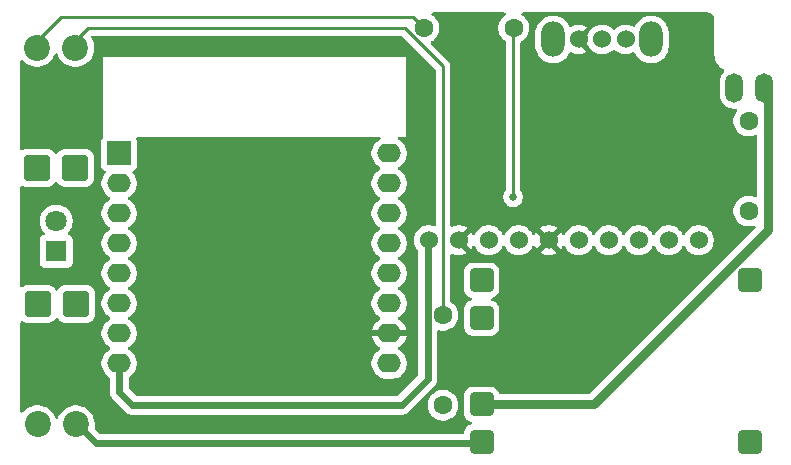
<source format=gbr>
%TF.GenerationSoftware,KiCad,Pcbnew,9.0.2*%
%TF.CreationDate,2025-06-21T17:34:21-04:00*%
%TF.ProjectId,CVISS_IMU_Tracker_Board,43564953-535f-4494-9d55-5f547261636b,rev?*%
%TF.SameCoordinates,Original*%
%TF.FileFunction,Copper,L1,Top*%
%TF.FilePolarity,Positive*%
%FSLAX46Y46*%
G04 Gerber Fmt 4.6, Leading zero omitted, Abs format (unit mm)*
G04 Created by KiCad (PCBNEW 9.0.2) date 2025-06-21 17:34:21*
%MOMM*%
%LPD*%
G01*
G04 APERTURE LIST*
G04 Aperture macros list*
%AMRoundRect*
0 Rectangle with rounded corners*
0 $1 Rounding radius*
0 $2 $3 $4 $5 $6 $7 $8 $9 X,Y pos of 4 corners*
0 Add a 4 corners polygon primitive as box body*
4,1,4,$2,$3,$4,$5,$6,$7,$8,$9,$2,$3,0*
0 Add four circle primitives for the rounded corners*
1,1,$1+$1,$2,$3*
1,1,$1+$1,$4,$5*
1,1,$1+$1,$6,$7*
1,1,$1+$1,$8,$9*
0 Add four rect primitives between the rounded corners*
20,1,$1+$1,$2,$3,$4,$5,0*
20,1,$1+$1,$4,$5,$6,$7,0*
20,1,$1+$1,$6,$7,$8,$9,0*
20,1,$1+$1,$8,$9,$2,$3,0*%
G04 Aperture macros list end*
%TA.AperFunction,ComponentPad*%
%ADD10RoundRect,0.249999X-0.850001X0.850001X-0.850001X-0.850001X0.850001X-0.850001X0.850001X0.850001X0*%
%TD*%
%TA.AperFunction,ComponentPad*%
%ADD11C,2.200000*%
%TD*%
%TA.AperFunction,ComponentPad*%
%ADD12C,1.600000*%
%TD*%
%TA.AperFunction,SMDPad,CuDef*%
%ADD13RoundRect,0.300000X-0.700000X-0.700000X0.700000X-0.700000X0.700000X0.700000X-0.700000X0.700000X0*%
%TD*%
%TA.AperFunction,ComponentPad*%
%ADD14R,2.000000X2.000000*%
%TD*%
%TA.AperFunction,ComponentPad*%
%ADD15O,2.000000X1.600000*%
%TD*%
%TA.AperFunction,ComponentPad*%
%ADD16C,1.530000*%
%TD*%
%TA.AperFunction,ComponentPad*%
%ADD17R,1.800000X1.800000*%
%TD*%
%TA.AperFunction,ComponentPad*%
%ADD18C,1.800000*%
%TD*%
%TA.AperFunction,ComponentPad*%
%ADD19RoundRect,0.249999X0.850001X-0.850001X0.850001X0.850001X-0.850001X0.850001X-0.850001X-0.850001X0*%
%TD*%
%TA.AperFunction,SMDPad,CuDef*%
%ADD20O,1.500000X2.500000*%
%TD*%
%TA.AperFunction,ComponentPad*%
%ADD21O,2.000000X3.000000*%
%TD*%
%TA.AperFunction,ViaPad*%
%ADD22C,1.200000*%
%TD*%
%TA.AperFunction,ViaPad*%
%ADD23C,0.650000*%
%TD*%
%TA.AperFunction,Conductor*%
%ADD24C,0.250000*%
%TD*%
%TA.AperFunction,Conductor*%
%ADD25C,0.600000*%
%TD*%
%TA.AperFunction,Conductor*%
%ADD26C,0.800000*%
%TD*%
G04 APERTURE END LIST*
D10*
%TO.P,D3,1,K*%
%TO.N,+5V*%
X128250000Y-109320000D03*
D11*
%TO.P,D3,2,A*%
%TO.N,/OUT+*%
X128250000Y-119480000D03*
%TD*%
D12*
%TO.P,R2,1*%
%TO.N,Net-(U1-D0)*%
X165310000Y-85950000D03*
%TO.P,R2,2*%
%TO.N,Net-(D1-A)*%
X157690000Y-85950000D03*
%TD*%
D13*
%TO.P,U3,1,OUT+*%
%TO.N,/OUT+*%
X162600000Y-121010000D03*
%TO.P,U3,2,B+*%
%TO.N,/B+*%
X162600000Y-117810000D03*
%TO.P,U3,3,B-*%
%TO.N,GND*%
X162600000Y-110510000D03*
%TO.P,U3,4,OUT-*%
X162600000Y-107310000D03*
%TO.P,U3,5,IN+*%
%TO.N,/IN+*%
X185300000Y-121010000D03*
%TO.P,U3,6,IN-*%
%TO.N,GND*%
X185300000Y-107310000D03*
%TD*%
D14*
%TO.P,U1,1,~{RST}*%
%TO.N,unconnected-(U1-~{RST}-Pad1)*%
X131905000Y-96570000D03*
D15*
%TO.P,U1,2,A0*%
%TO.N,Net-(U1-A0)*%
X131905000Y-99110000D03*
%TO.P,U1,3,D0*%
%TO.N,Net-(U1-D0)*%
X131905000Y-101650000D03*
%TO.P,U1,4,SCK/D5*%
%TO.N,/SCL*%
X131905000Y-104190000D03*
%TO.P,U1,5,MISO/D6*%
%TO.N,unconnected-(U1-MISO{slash}D6-Pad5)*%
X131905000Y-106730000D03*
%TO.P,U1,6,MOSI/D7*%
%TO.N,unconnected-(U1-MOSI{slash}D7-Pad6)*%
X131905000Y-109270000D03*
%TO.P,U1,7,CS/D8*%
%TO.N,unconnected-(U1-CS{slash}D8-Pad7)*%
X131905000Y-111810000D03*
%TO.P,U1,8,3V3*%
%TO.N,+3.3V*%
X131905000Y-114350000D03*
%TO.P,U1,9,5V*%
%TO.N,+5V*%
X154765000Y-114350000D03*
%TO.P,U1,10,GND*%
%TO.N,/SW_GND*%
X154765000Y-111810000D03*
%TO.P,U1,11,D4*%
%TO.N,unconnected-(U1-D4-Pad11)*%
X154765000Y-109270000D03*
%TO.P,U1,12,D3*%
%TO.N,unconnected-(U1-D3-Pad12)*%
X154765000Y-106730000D03*
%TO.P,U1,13,SDA/D2*%
%TO.N,/INT*%
X154765000Y-104190000D03*
%TO.P,U1,14,SCL/D1*%
%TO.N,/SDA*%
X154765000Y-101650000D03*
%TO.P,U1,15,RX*%
%TO.N,unconnected-(U1-RX-Pad15)*%
X154765000Y-99110000D03*
%TO.P,U1,16,TX*%
%TO.N,unconnected-(U1-TX-Pad16)*%
X154765000Y-96570000D03*
%TD*%
D16*
%TO.P,U2,1,VCC*%
%TO.N,+3.3V*%
X158120000Y-103920000D03*
%TO.P,U2,2,GND*%
%TO.N,/SW_GND*%
X160660000Y-103920000D03*
%TO.P,U2,3,SCL*%
%TO.N,/SCL*%
X163200000Y-103920000D03*
%TO.P,U2,4,SDA*%
%TO.N,/SDA*%
X165740000Y-103920000D03*
%TO.P,U2,5,ADO*%
%TO.N,/SW_GND*%
X168280000Y-103920000D03*
%TO.P,U2,6,CS*%
%TO.N,unconnected-(U2-CS-Pad6)*%
X170820000Y-103920000D03*
%TO.P,U2,7,INT*%
%TO.N,/INT*%
X173360000Y-103920000D03*
%TO.P,U2,8,RST*%
%TO.N,unconnected-(U2-RST-Pad8)*%
X175900000Y-103920000D03*
%TO.P,U2,9,PS1*%
%TO.N,unconnected-(U2-PS1-Pad9)*%
X178440000Y-103920000D03*
%TO.P,U2,10,PS0*%
%TO.N,unconnected-(U2-PS0-Pad10)*%
X180980000Y-103920000D03*
%TD*%
D17*
%TO.P,D5,1,K*%
%TO.N,GND*%
X126590000Y-104835000D03*
D18*
%TO.P,D5,2,A*%
%TO.N,/GP_LED*%
X126590000Y-102295000D03*
%TD*%
D19*
%TO.P,D1,1,K*%
%TO.N,/GP_LED*%
X124950000Y-97790000D03*
D11*
%TO.P,D1,2,A*%
%TO.N,Net-(D1-A)*%
X124950000Y-87630000D03*
%TD*%
D10*
%TO.P,D2,1,K*%
%TO.N,+5V*%
X125000000Y-109320000D03*
D11*
%TO.P,D2,2,A*%
%TO.N,/IN+*%
X125000000Y-119480000D03*
%TD*%
D12*
%TO.P,R1,1*%
%TO.N,Net-(U1-A0)*%
X185220000Y-101450000D03*
%TO.P,R1,2*%
%TO.N,/B+*%
X185220000Y-93830000D03*
%TD*%
D20*
%TO.P,U4,1,+*%
%TO.N,/B+*%
X186490000Y-91040000D03*
%TO.P,U4,2,-*%
%TO.N,GND*%
X183990000Y-91040000D03*
%TD*%
D12*
%TO.P,R3,1*%
%TO.N,/IN+*%
X159330000Y-117890000D03*
%TO.P,R3,2*%
%TO.N,/PWR_LED*%
X159330000Y-110270000D03*
%TD*%
D19*
%TO.P,D4,1,K*%
%TO.N,/GP_LED*%
X128200000Y-97790000D03*
D11*
%TO.P,D4,2,A*%
%TO.N,/PWR_LED*%
X128200000Y-87630000D03*
%TD*%
D16*
%TO.P,SW1,1,A*%
%TO.N,GND*%
X172800000Y-86920000D03*
%TO.P,SW1,2,B*%
%TO.N,/SW_GND*%
X170800000Y-86920000D03*
D21*
%TO.P,SW1,3*%
%TO.N,N/C*%
X168650000Y-86920000D03*
D16*
%TO.P,SW1,4*%
X174800000Y-86920000D03*
D21*
%TO.P,SW1,5*%
X176950000Y-86920000D03*
%TD*%
D22*
%TO.N,GND*%
X183990000Y-91040000D03*
X162600000Y-110510000D03*
X162600000Y-107310000D03*
X185300000Y-107310000D03*
%TO.N,/IN+*%
X185300000Y-121010000D03*
D23*
%TO.N,/B+*%
X186490000Y-91040000D03*
%TO.N,Net-(U1-D0)*%
X165260000Y-100270000D03*
%TD*%
D24*
%TO.N,Net-(D1-A)*%
X124960000Y-87070000D02*
X124960000Y-87510000D01*
X156770000Y-85030000D02*
X127000000Y-85030000D01*
X157640000Y-85900000D02*
X156770000Y-85030000D01*
X127000000Y-85030000D02*
X124960000Y-87070000D01*
D25*
%TO.N,/OUT+*%
X162600000Y-121010000D02*
X162510000Y-121100000D01*
X129920000Y-121100000D02*
X128300000Y-119480000D01*
X162510000Y-121100000D02*
X129920000Y-121100000D01*
D26*
%TO.N,/B+*%
X186490000Y-91040000D02*
X186840000Y-91390000D01*
X186840000Y-91390000D02*
X186840000Y-103090000D01*
X172120000Y-117810000D02*
X163190000Y-117810000D01*
X163190000Y-117810000D02*
X162885000Y-117505000D01*
X186840000Y-103090000D02*
X172120000Y-117810000D01*
D25*
%TO.N,+3.3V*%
X155850000Y-117880000D02*
X158030000Y-115700000D01*
X158030000Y-115700000D02*
X158030000Y-104040000D01*
X131905000Y-116765000D02*
X133020000Y-117880000D01*
X131905000Y-114350000D02*
X131905000Y-116765000D01*
X158030000Y-104040000D02*
X158150000Y-103920000D01*
X133020000Y-117880000D02*
X155850000Y-117880000D01*
X158150000Y-103920000D02*
X158500000Y-103920000D01*
D24*
%TO.N,/PWR_LED*%
X159330000Y-89190000D02*
X159330000Y-110390000D01*
X129309999Y-85970001D02*
X156110001Y-85970001D01*
X156110001Y-85970001D02*
X159330000Y-89190000D01*
X128210000Y-87070000D02*
X129309999Y-85970001D01*
X128210000Y-87510000D02*
X128210000Y-87070000D01*
X159330000Y-110390000D02*
X159220000Y-110500000D01*
%TO.N,Net-(U1-D0)*%
X165260000Y-86670000D02*
X165260000Y-100270000D01*
X165260000Y-100270000D02*
X165260000Y-100310000D01*
%TD*%
%TA.AperFunction,Conductor*%
%TO.N,/SW_GND*%
G36*
X164599000Y-84650185D02*
G01*
X164644755Y-84702989D01*
X164654699Y-84772147D01*
X164625674Y-84835703D01*
X164604848Y-84854816D01*
X164552627Y-84892757D01*
X164462780Y-84958034D01*
X164318028Y-85102786D01*
X164197715Y-85268386D01*
X164104781Y-85450776D01*
X164041522Y-85645465D01*
X164009500Y-85847648D01*
X164009500Y-86052351D01*
X164041522Y-86254534D01*
X164104781Y-86449223D01*
X164163452Y-86564370D01*
X164196780Y-86629779D01*
X164197715Y-86631613D01*
X164318028Y-86797213D01*
X164462784Y-86941969D01*
X164538073Y-86996668D01*
X164583384Y-87029589D01*
X164626051Y-87084918D01*
X164634500Y-87129907D01*
X164634500Y-99682650D01*
X164614815Y-99749689D01*
X164613603Y-99751540D01*
X164528450Y-99878982D01*
X164466225Y-100029206D01*
X164466222Y-100029216D01*
X164434500Y-100188692D01*
X164434500Y-100188695D01*
X164434500Y-100351305D01*
X164434500Y-100351307D01*
X164434499Y-100351307D01*
X164466222Y-100510783D01*
X164466225Y-100510793D01*
X164528450Y-100661019D01*
X164528452Y-100661023D01*
X164618788Y-100796220D01*
X164618794Y-100796228D01*
X164733771Y-100911205D01*
X164733779Y-100911211D01*
X164868976Y-101001547D01*
X164868980Y-101001549D01*
X165019206Y-101063774D01*
X165019211Y-101063776D01*
X165019215Y-101063776D01*
X165019216Y-101063777D01*
X165178692Y-101095500D01*
X165178695Y-101095500D01*
X165341307Y-101095500D01*
X165448598Y-101074157D01*
X165500789Y-101063776D01*
X165651021Y-101001548D01*
X165651023Y-101001547D01*
X165718169Y-100956680D01*
X165786225Y-100911208D01*
X165901208Y-100796225D01*
X165991548Y-100661021D01*
X166053776Y-100510789D01*
X166080095Y-100378477D01*
X166085500Y-100351307D01*
X166085500Y-100188692D01*
X166053777Y-100029216D01*
X166053776Y-100029215D01*
X166053776Y-100029211D01*
X165991548Y-99878979D01*
X165933170Y-99791610D01*
X165906397Y-99751540D01*
X165885520Y-99684862D01*
X165885500Y-99682650D01*
X165885500Y-87192339D01*
X165905185Y-87125300D01*
X165953204Y-87081855D01*
X165991610Y-87062287D01*
X166157219Y-86941966D01*
X166301966Y-86797219D01*
X166301968Y-86797215D01*
X166301971Y-86797213D01*
X166354732Y-86724590D01*
X166422287Y-86631610D01*
X166515220Y-86449219D01*
X166563087Y-86301902D01*
X167149500Y-86301902D01*
X167149500Y-87538097D01*
X167186446Y-87771368D01*
X167259433Y-87995996D01*
X167340113Y-88154338D01*
X167366657Y-88206433D01*
X167505483Y-88397510D01*
X167672490Y-88564517D01*
X167863567Y-88703343D01*
X167888942Y-88716272D01*
X168074003Y-88810566D01*
X168074005Y-88810566D01*
X168074008Y-88810568D01*
X168194412Y-88849689D01*
X168298631Y-88883553D01*
X168531903Y-88920500D01*
X168531908Y-88920500D01*
X168768097Y-88920500D01*
X169001368Y-88883553D01*
X169225992Y-88810568D01*
X169436433Y-88703343D01*
X169627510Y-88564517D01*
X169794517Y-88397510D01*
X169933343Y-88206433D01*
X170001747Y-88072181D01*
X170049721Y-88021385D01*
X170117542Y-88004590D01*
X170168527Y-88017992D01*
X170314399Y-88092318D01*
X170314401Y-88092319D01*
X170503777Y-88153852D01*
X170700437Y-88185000D01*
X170899563Y-88185000D01*
X171096222Y-88153852D01*
X171285594Y-88092320D01*
X171463005Y-88001924D01*
X171500863Y-87974418D01*
X171500863Y-87974417D01*
X170929408Y-87402962D01*
X170992993Y-87385925D01*
X171107007Y-87320099D01*
X171200099Y-87227007D01*
X171265925Y-87112993D01*
X171282962Y-87049408D01*
X171601202Y-87367648D01*
X171624096Y-87401905D01*
X171625004Y-87401443D01*
X171717645Y-87583264D01*
X171752822Y-87631681D01*
X171834731Y-87744418D01*
X171975582Y-87885269D01*
X172136734Y-88002353D01*
X172313302Y-88092319D01*
X172314219Y-88092786D01*
X172503657Y-88154338D01*
X172503658Y-88154338D01*
X172503661Y-88154339D01*
X172700403Y-88185500D01*
X172700404Y-88185500D01*
X172899596Y-88185500D01*
X172899597Y-88185500D01*
X173096339Y-88154339D01*
X173096342Y-88154338D01*
X173096343Y-88154338D01*
X173285780Y-88092786D01*
X173285780Y-88092785D01*
X173285783Y-88092785D01*
X173463266Y-88002353D01*
X173624418Y-87885269D01*
X173712319Y-87797368D01*
X173773642Y-87763883D01*
X173843334Y-87768867D01*
X173887681Y-87797368D01*
X173975582Y-87885269D01*
X174136734Y-88002353D01*
X174313302Y-88092319D01*
X174314219Y-88092786D01*
X174503657Y-88154338D01*
X174503658Y-88154338D01*
X174503661Y-88154339D01*
X174700403Y-88185500D01*
X174700404Y-88185500D01*
X174899596Y-88185500D01*
X174899597Y-88185500D01*
X175096339Y-88154339D01*
X175096342Y-88154338D01*
X175096343Y-88154338D01*
X175263577Y-88100000D01*
X175285783Y-88092785D01*
X175431700Y-88018436D01*
X175500368Y-88005540D01*
X175565108Y-88031816D01*
X175598478Y-88072625D01*
X175666657Y-88206433D01*
X175805483Y-88397510D01*
X175972490Y-88564517D01*
X176163567Y-88703343D01*
X176188942Y-88716272D01*
X176374003Y-88810566D01*
X176374005Y-88810566D01*
X176374008Y-88810568D01*
X176494412Y-88849689D01*
X176598631Y-88883553D01*
X176831903Y-88920500D01*
X176831908Y-88920500D01*
X177068097Y-88920500D01*
X177301368Y-88883553D01*
X177525992Y-88810568D01*
X177736433Y-88703343D01*
X177927510Y-88564517D01*
X178094517Y-88397510D01*
X178233343Y-88206433D01*
X178337327Y-88002352D01*
X178340566Y-87995996D01*
X178340566Y-87995995D01*
X178340568Y-87995992D01*
X178413553Y-87771368D01*
X178413949Y-87768867D01*
X178450500Y-87538097D01*
X178450500Y-86301902D01*
X178413553Y-86068631D01*
X178347577Y-85865580D01*
X178340568Y-85844008D01*
X178340566Y-85844005D01*
X178340566Y-85844003D01*
X178244518Y-85655500D01*
X178233343Y-85633567D01*
X178094517Y-85442490D01*
X177927510Y-85275483D01*
X177736433Y-85136657D01*
X177525996Y-85029433D01*
X177301368Y-84956446D01*
X177068097Y-84919500D01*
X177068092Y-84919500D01*
X176831908Y-84919500D01*
X176831903Y-84919500D01*
X176598631Y-84956446D01*
X176374003Y-85029433D01*
X176163566Y-85136657D01*
X176131438Y-85160000D01*
X175972490Y-85275483D01*
X175972488Y-85275485D01*
X175972487Y-85275485D01*
X175805485Y-85442487D01*
X175805485Y-85442488D01*
X175805483Y-85442490D01*
X175745862Y-85524550D01*
X175666657Y-85633566D01*
X175598479Y-85767373D01*
X175550504Y-85818169D01*
X175482683Y-85834964D01*
X175431699Y-85821563D01*
X175285780Y-85747213D01*
X175096342Y-85685661D01*
X174948782Y-85662290D01*
X174899597Y-85654500D01*
X174700403Y-85654500D01*
X174634822Y-85664887D01*
X174503659Y-85685661D01*
X174503656Y-85685661D01*
X174314219Y-85747213D01*
X174136733Y-85837647D01*
X174057263Y-85895386D01*
X173975582Y-85954731D01*
X173975580Y-85954733D01*
X173975579Y-85954733D01*
X173887681Y-86042632D01*
X173826358Y-86076117D01*
X173756666Y-86071133D01*
X173712319Y-86042632D01*
X173624420Y-85954733D01*
X173624418Y-85954731D01*
X173463266Y-85837647D01*
X173432573Y-85822008D01*
X173285780Y-85747213D01*
X173096342Y-85685661D01*
X172948782Y-85662290D01*
X172899597Y-85654500D01*
X172700403Y-85654500D01*
X172634822Y-85664887D01*
X172503659Y-85685661D01*
X172503656Y-85685661D01*
X172314219Y-85747213D01*
X172136733Y-85837647D01*
X172057263Y-85895386D01*
X171975582Y-85954731D01*
X171975580Y-85954733D01*
X171975579Y-85954733D01*
X171834733Y-86095579D01*
X171834733Y-86095580D01*
X171834731Y-86095582D01*
X171800000Y-86143385D01*
X171717647Y-86256733D01*
X171625004Y-86438557D01*
X171624098Y-86438095D01*
X171601202Y-86472350D01*
X171282962Y-86790590D01*
X171265925Y-86727007D01*
X171200099Y-86612993D01*
X171107007Y-86519901D01*
X170992993Y-86454075D01*
X170929407Y-86437036D01*
X171500864Y-85865580D01*
X171463008Y-85838077D01*
X171285594Y-85747679D01*
X171096222Y-85686147D01*
X170899563Y-85655000D01*
X170700437Y-85655000D01*
X170503777Y-85686147D01*
X170314405Y-85747679D01*
X170168527Y-85822008D01*
X170099858Y-85834904D01*
X170035117Y-85808628D01*
X170001747Y-85767818D01*
X169933343Y-85633567D01*
X169794517Y-85442490D01*
X169627510Y-85275483D01*
X169436433Y-85136657D01*
X169225996Y-85029433D01*
X169001368Y-84956446D01*
X168768097Y-84919500D01*
X168768092Y-84919500D01*
X168531908Y-84919500D01*
X168531903Y-84919500D01*
X168298631Y-84956446D01*
X168074003Y-85029433D01*
X167863566Y-85136657D01*
X167831438Y-85160000D01*
X167672490Y-85275483D01*
X167672488Y-85275485D01*
X167672487Y-85275485D01*
X167505485Y-85442487D01*
X167505485Y-85442488D01*
X167505483Y-85442490D01*
X167445862Y-85524550D01*
X167366657Y-85633566D01*
X167259433Y-85844003D01*
X167186446Y-86068631D01*
X167149500Y-86301902D01*
X166563087Y-86301902D01*
X166577763Y-86256734D01*
X166578475Y-86254541D01*
X166578475Y-86254539D01*
X166578477Y-86254534D01*
X166610500Y-86052352D01*
X166610500Y-85847648D01*
X166597856Y-85767818D01*
X166578477Y-85645465D01*
X166515218Y-85450776D01*
X166481503Y-85384607D01*
X166422287Y-85268390D01*
X166414556Y-85257749D01*
X166301971Y-85102786D01*
X166157219Y-84958034D01*
X166104181Y-84919500D01*
X166015153Y-84854818D01*
X165972488Y-84799489D01*
X165966509Y-84729875D01*
X165999114Y-84668080D01*
X166059953Y-84633723D01*
X166088039Y-84630500D01*
X181694108Y-84630500D01*
X181753039Y-84630500D01*
X181766922Y-84631279D01*
X181863940Y-84642211D01*
X181891009Y-84648390D01*
X181976555Y-84678324D01*
X182001571Y-84690371D01*
X182078309Y-84738588D01*
X182100019Y-84755901D01*
X182164098Y-84819980D01*
X182181411Y-84841690D01*
X182229628Y-84918428D01*
X182241675Y-84943444D01*
X182271609Y-85028990D01*
X182277788Y-85056060D01*
X182288720Y-85153076D01*
X182289500Y-85166961D01*
X182289500Y-88209462D01*
X182320655Y-88426157D01*
X182320658Y-88426167D01*
X182346443Y-88513980D01*
X182382336Y-88636221D01*
X182413353Y-88704139D01*
X182473280Y-88835363D01*
X182473283Y-88835368D01*
X182591641Y-89019536D01*
X182735008Y-89184991D01*
X182900463Y-89328358D01*
X183084636Y-89446719D01*
X183084647Y-89446724D01*
X183088121Y-89448621D01*
X183137531Y-89498022D01*
X183152389Y-89566294D01*
X183127978Y-89631760D01*
X183116386Y-89645140D01*
X183036171Y-89725355D01*
X182920476Y-89884594D01*
X182831117Y-90059970D01*
X182770290Y-90247173D01*
X182739500Y-90441577D01*
X182739500Y-91638422D01*
X182770290Y-91832826D01*
X182831117Y-92020029D01*
X182920476Y-92195405D01*
X183036172Y-92354646D01*
X183175354Y-92493828D01*
X183334595Y-92609524D01*
X183364537Y-92624780D01*
X183509970Y-92698882D01*
X183509972Y-92698882D01*
X183509975Y-92698884D01*
X183610317Y-92731487D01*
X183697173Y-92759709D01*
X183891578Y-92790500D01*
X183891583Y-92790500D01*
X184088420Y-92790500D01*
X184108375Y-92787339D01*
X184177668Y-92796293D01*
X184231121Y-92841288D01*
X184251762Y-92908039D01*
X184233038Y-92975353D01*
X184228094Y-92982696D01*
X184107714Y-93148387D01*
X184014781Y-93330776D01*
X183951522Y-93525465D01*
X183919500Y-93727648D01*
X183919500Y-93932351D01*
X183951522Y-94134534D01*
X184014781Y-94329223D01*
X184107715Y-94511613D01*
X184228028Y-94677213D01*
X184372786Y-94821971D01*
X184500499Y-94914758D01*
X184538390Y-94942287D01*
X184654607Y-95001503D01*
X184720776Y-95035218D01*
X184720778Y-95035218D01*
X184720781Y-95035220D01*
X184825137Y-95069127D01*
X184915465Y-95098477D01*
X185016557Y-95114488D01*
X185117648Y-95130500D01*
X185117649Y-95130500D01*
X185322351Y-95130500D01*
X185322352Y-95130500D01*
X185524534Y-95098477D01*
X185719219Y-95035220D01*
X185759205Y-95014845D01*
X185827874Y-95001950D01*
X185892614Y-95028226D01*
X185932872Y-95085332D01*
X185939500Y-95125331D01*
X185939500Y-100154668D01*
X185919815Y-100221707D01*
X185867011Y-100267462D01*
X185797853Y-100277406D01*
X185759207Y-100265154D01*
X185719223Y-100244782D01*
X185719222Y-100244781D01*
X185719219Y-100244780D01*
X185639035Y-100218726D01*
X185524534Y-100181522D01*
X185349995Y-100153878D01*
X185322352Y-100149500D01*
X185117648Y-100149500D01*
X185093329Y-100153351D01*
X184915465Y-100181522D01*
X184720776Y-100244781D01*
X184538386Y-100337715D01*
X184372786Y-100458028D01*
X184228028Y-100602786D01*
X184107715Y-100768386D01*
X184014781Y-100950776D01*
X183951522Y-101145465D01*
X183919500Y-101347648D01*
X183919500Y-101552351D01*
X183951522Y-101754534D01*
X184014781Y-101949223D01*
X184107715Y-102131613D01*
X184228028Y-102297213D01*
X184372786Y-102441971D01*
X184500499Y-102534758D01*
X184538390Y-102562287D01*
X184629320Y-102608618D01*
X184720776Y-102655218D01*
X184720778Y-102655218D01*
X184720781Y-102655220D01*
X184783680Y-102675657D01*
X184915465Y-102718477D01*
X184996779Y-102731356D01*
X185117648Y-102750500D01*
X185117649Y-102750500D01*
X185322351Y-102750500D01*
X185322352Y-102750500D01*
X185524534Y-102718477D01*
X185645822Y-102679067D01*
X185715660Y-102677072D01*
X185775493Y-102713152D01*
X185806322Y-102775853D01*
X185798358Y-102845267D01*
X185771819Y-102884680D01*
X171783319Y-116873181D01*
X171721996Y-116906666D01*
X171695638Y-116909500D01*
X164165917Y-116909500D01*
X164098878Y-116889815D01*
X164053123Y-116837011D01*
X164048875Y-116826454D01*
X164025789Y-116760478D01*
X164025788Y-116760476D01*
X163929816Y-116607738D01*
X163802262Y-116480184D01*
X163727841Y-116433422D01*
X163649523Y-116384211D01*
X163479254Y-116324631D01*
X163479249Y-116324630D01*
X163344960Y-116309500D01*
X163344954Y-116309500D01*
X161855046Y-116309500D01*
X161855039Y-116309500D01*
X161720750Y-116324630D01*
X161720745Y-116324631D01*
X161550476Y-116384211D01*
X161397737Y-116480184D01*
X161270184Y-116607737D01*
X161174211Y-116760476D01*
X161114631Y-116930745D01*
X161114630Y-116930750D01*
X161099500Y-117065039D01*
X161099500Y-118554960D01*
X161114630Y-118689249D01*
X161114631Y-118689254D01*
X161174211Y-118859523D01*
X161240279Y-118964669D01*
X161270184Y-119012262D01*
X161397738Y-119139816D01*
X161550478Y-119235789D01*
X161550480Y-119235790D01*
X161713857Y-119292959D01*
X161770633Y-119333680D01*
X161796380Y-119398633D01*
X161782924Y-119467195D01*
X161734536Y-119517597D01*
X161713857Y-119527041D01*
X161550480Y-119584209D01*
X161397737Y-119680184D01*
X161270184Y-119807737D01*
X161174211Y-119960476D01*
X161114631Y-120130745D01*
X161114630Y-120130750D01*
X161108025Y-120189382D01*
X161080959Y-120253797D01*
X161023365Y-120293352D01*
X160984805Y-120299500D01*
X130302940Y-120299500D01*
X130235901Y-120279815D01*
X130215259Y-120263181D01*
X129855187Y-119903109D01*
X129821702Y-119841786D01*
X129820395Y-119796034D01*
X129850500Y-119605962D01*
X129850500Y-119354038D01*
X129811090Y-119105215D01*
X129733241Y-118865621D01*
X129733239Y-118865618D01*
X129733239Y-118865616D01*
X129667588Y-118736770D01*
X129618870Y-118641155D01*
X129556246Y-118554960D01*
X129470798Y-118437350D01*
X129470794Y-118437345D01*
X129292654Y-118259205D01*
X129292649Y-118259201D01*
X129088848Y-118111132D01*
X129088847Y-118111131D01*
X129088845Y-118111130D01*
X129018747Y-118075413D01*
X128864383Y-117996760D01*
X128624785Y-117918910D01*
X128375962Y-117879500D01*
X128124038Y-117879500D01*
X127999626Y-117899205D01*
X127875214Y-117918910D01*
X127635616Y-117996760D01*
X127411151Y-118111132D01*
X127207350Y-118259201D01*
X127207345Y-118259205D01*
X127029205Y-118437345D01*
X127029201Y-118437350D01*
X126881132Y-118641151D01*
X126766760Y-118865616D01*
X126742931Y-118938956D01*
X126703493Y-118996631D01*
X126639134Y-119023829D01*
X126570288Y-119011914D01*
X126518812Y-118964669D01*
X126507069Y-118938956D01*
X126483239Y-118865616D01*
X126417588Y-118736770D01*
X126368870Y-118641155D01*
X126306246Y-118554960D01*
X126220798Y-118437350D01*
X126220794Y-118437345D01*
X126042654Y-118259205D01*
X126042649Y-118259201D01*
X125838848Y-118111132D01*
X125838847Y-118111131D01*
X125838845Y-118111130D01*
X125768747Y-118075413D01*
X125614383Y-117996760D01*
X125374785Y-117918910D01*
X125125962Y-117879500D01*
X124874038Y-117879500D01*
X124749626Y-117899205D01*
X124625214Y-117918910D01*
X124385616Y-117996760D01*
X124161151Y-118111132D01*
X123957350Y-118259201D01*
X123957345Y-118259205D01*
X123779205Y-118437345D01*
X123764818Y-118457148D01*
X123709487Y-118499813D01*
X123639874Y-118505792D01*
X123578079Y-118473186D01*
X123543722Y-118412347D01*
X123540500Y-118384262D01*
X123540500Y-110898013D01*
X123560185Y-110830974D01*
X123612989Y-110785219D01*
X123682147Y-110775275D01*
X123729594Y-110792472D01*
X123830665Y-110854814D01*
X123997202Y-110909999D01*
X124099990Y-110920500D01*
X124099995Y-110920500D01*
X125900005Y-110920500D01*
X125900010Y-110920500D01*
X126002798Y-110909999D01*
X126169335Y-110854814D01*
X126318656Y-110762712D01*
X126442712Y-110638656D01*
X126519462Y-110514223D01*
X126571409Y-110467501D01*
X126640372Y-110456278D01*
X126704454Y-110484122D01*
X126730536Y-110514222D01*
X126807288Y-110638656D01*
X126931344Y-110762712D01*
X127080665Y-110854814D01*
X127247202Y-110909999D01*
X127349990Y-110920500D01*
X127349995Y-110920500D01*
X129150005Y-110920500D01*
X129150010Y-110920500D01*
X129252798Y-110909999D01*
X129419335Y-110854814D01*
X129568656Y-110762712D01*
X129692712Y-110638656D01*
X129784814Y-110489335D01*
X129839999Y-110322798D01*
X129850500Y-110220010D01*
X129850500Y-108419990D01*
X129839999Y-108317202D01*
X129784814Y-108150665D01*
X129692712Y-108001344D01*
X129568656Y-107877288D01*
X129475890Y-107820070D01*
X129419337Y-107785187D01*
X129419332Y-107785185D01*
X129417863Y-107784698D01*
X129252798Y-107730001D01*
X129252796Y-107730000D01*
X129150017Y-107719500D01*
X129150010Y-107719500D01*
X127349990Y-107719500D01*
X127349982Y-107719500D01*
X127247203Y-107730000D01*
X127247202Y-107730001D01*
X127211034Y-107741986D01*
X127080667Y-107785185D01*
X127080662Y-107785187D01*
X126931342Y-107877289D01*
X126807289Y-108001342D01*
X126730539Y-108125774D01*
X126678591Y-108172499D01*
X126609628Y-108183720D01*
X126545546Y-108155877D01*
X126519461Y-108125774D01*
X126485951Y-108071446D01*
X126442712Y-108001344D01*
X126318656Y-107877288D01*
X126225890Y-107820070D01*
X126169337Y-107785187D01*
X126169332Y-107785185D01*
X126167863Y-107784698D01*
X126002798Y-107730001D01*
X126002796Y-107730000D01*
X125900017Y-107719500D01*
X125900010Y-107719500D01*
X124099990Y-107719500D01*
X124099982Y-107719500D01*
X123997203Y-107730000D01*
X123997202Y-107730001D01*
X123961034Y-107741986D01*
X123830667Y-107785185D01*
X123830658Y-107785189D01*
X123729596Y-107847525D01*
X123662204Y-107865965D01*
X123595540Y-107845042D01*
X123550771Y-107791400D01*
X123540500Y-107741986D01*
X123540500Y-102184778D01*
X125189500Y-102184778D01*
X125189500Y-102405222D01*
X125204070Y-102497213D01*
X125223985Y-102622952D01*
X125292103Y-102832603D01*
X125292104Y-102832606D01*
X125392187Y-103029025D01*
X125521752Y-103207358D01*
X125521756Y-103207363D01*
X125571928Y-103257535D01*
X125605413Y-103318858D01*
X125600429Y-103388550D01*
X125558557Y-103444483D01*
X125527581Y-103461398D01*
X125447669Y-103491203D01*
X125447664Y-103491206D01*
X125332455Y-103577452D01*
X125332452Y-103577455D01*
X125246206Y-103692664D01*
X125246202Y-103692671D01*
X125195908Y-103827517D01*
X125189501Y-103887116D01*
X125189501Y-103887123D01*
X125189500Y-103887135D01*
X125189500Y-105782870D01*
X125189501Y-105782876D01*
X125195908Y-105842483D01*
X125246202Y-105977328D01*
X125246206Y-105977335D01*
X125332452Y-106092544D01*
X125332455Y-106092547D01*
X125447664Y-106178793D01*
X125447671Y-106178797D01*
X125582517Y-106229091D01*
X125582516Y-106229091D01*
X125589444Y-106229835D01*
X125642127Y-106235500D01*
X127537872Y-106235499D01*
X127597483Y-106229091D01*
X127732331Y-106178796D01*
X127847546Y-106092546D01*
X127933796Y-105977331D01*
X127984091Y-105842483D01*
X127990500Y-105782873D01*
X127990499Y-103887128D01*
X127984091Y-103827517D01*
X127946603Y-103727007D01*
X127933797Y-103692671D01*
X127933793Y-103692664D01*
X127847547Y-103577455D01*
X127847544Y-103577452D01*
X127732335Y-103491206D01*
X127732328Y-103491202D01*
X127652419Y-103461398D01*
X127596485Y-103419527D01*
X127572068Y-103354062D01*
X127586920Y-103285789D01*
X127608069Y-103257537D01*
X127658242Y-103207365D01*
X127787815Y-103029022D01*
X127887895Y-102832606D01*
X127956015Y-102622951D01*
X127990500Y-102405222D01*
X127990500Y-102184778D01*
X127956015Y-101967049D01*
X127887895Y-101757394D01*
X127887895Y-101757393D01*
X127853237Y-101689375D01*
X127787815Y-101560978D01*
X127771260Y-101538192D01*
X127658247Y-101382641D01*
X127658243Y-101382636D01*
X127502363Y-101226756D01*
X127502358Y-101226752D01*
X127324025Y-101097187D01*
X127324024Y-101097186D01*
X127324022Y-101097185D01*
X127258450Y-101063774D01*
X127127606Y-100997104D01*
X127127603Y-100997103D01*
X126917952Y-100928985D01*
X126805693Y-100911205D01*
X126700222Y-100894500D01*
X126479778Y-100894500D01*
X126407201Y-100905995D01*
X126262047Y-100928985D01*
X126052396Y-100997103D01*
X126052393Y-100997104D01*
X125855974Y-101097187D01*
X125677641Y-101226752D01*
X125677636Y-101226756D01*
X125521756Y-101382636D01*
X125521752Y-101382641D01*
X125392187Y-101560974D01*
X125292104Y-101757393D01*
X125292103Y-101757396D01*
X125223985Y-101967047D01*
X125195132Y-102149219D01*
X125189500Y-102184778D01*
X123540500Y-102184778D01*
X123540500Y-99398853D01*
X123560185Y-99331814D01*
X123612989Y-99286059D01*
X123682147Y-99276115D01*
X123729597Y-99293315D01*
X123780656Y-99324809D01*
X123780659Y-99324810D01*
X123780665Y-99324814D01*
X123947202Y-99379999D01*
X124049990Y-99390500D01*
X124049995Y-99390500D01*
X125850005Y-99390500D01*
X125850010Y-99390500D01*
X125952798Y-99379999D01*
X126119335Y-99324814D01*
X126268656Y-99232712D01*
X126392712Y-99108656D01*
X126469462Y-98984223D01*
X126521409Y-98937501D01*
X126590372Y-98926278D01*
X126654454Y-98954122D01*
X126680536Y-98984222D01*
X126757288Y-99108656D01*
X126881344Y-99232712D01*
X127030665Y-99324814D01*
X127197202Y-99379999D01*
X127299990Y-99390500D01*
X127299995Y-99390500D01*
X129100005Y-99390500D01*
X129100010Y-99390500D01*
X129202798Y-99379999D01*
X129369335Y-99324814D01*
X129518656Y-99232712D01*
X129642712Y-99108656D01*
X129734814Y-98959335D01*
X129789999Y-98792798D01*
X129800500Y-98690010D01*
X129800500Y-96889990D01*
X129789999Y-96787202D01*
X129734814Y-96620665D01*
X129642712Y-96471344D01*
X129518656Y-96347288D01*
X129369335Y-96255186D01*
X129202798Y-96200001D01*
X129202796Y-96200000D01*
X129100017Y-96189500D01*
X129100010Y-96189500D01*
X127299990Y-96189500D01*
X127299982Y-96189500D01*
X127197203Y-96200000D01*
X127197202Y-96200001D01*
X127114669Y-96227349D01*
X127030667Y-96255185D01*
X127030662Y-96255187D01*
X126881342Y-96347289D01*
X126757289Y-96471342D01*
X126680539Y-96595774D01*
X126628591Y-96642499D01*
X126559628Y-96653720D01*
X126495546Y-96625877D01*
X126469461Y-96595774D01*
X126392712Y-96471344D01*
X126268656Y-96347288D01*
X126119335Y-96255186D01*
X125952798Y-96200001D01*
X125952796Y-96200000D01*
X125850017Y-96189500D01*
X125850010Y-96189500D01*
X124049990Y-96189500D01*
X124049982Y-96189500D01*
X123947203Y-96200000D01*
X123947202Y-96200001D01*
X123864669Y-96227349D01*
X123780667Y-96255185D01*
X123780658Y-96255189D01*
X123729596Y-96286685D01*
X123662204Y-96305125D01*
X123595540Y-96284202D01*
X123550771Y-96230560D01*
X123540500Y-96181146D01*
X123540500Y-88783311D01*
X123560185Y-88716272D01*
X123612989Y-88670517D01*
X123682147Y-88660573D01*
X123745703Y-88689598D01*
X123752181Y-88695630D01*
X123907345Y-88850794D01*
X123907350Y-88850798D01*
X124018623Y-88931642D01*
X124111155Y-88998870D01*
X124254184Y-89071747D01*
X124335616Y-89113239D01*
X124335618Y-89113239D01*
X124335621Y-89113241D01*
X124575215Y-89191090D01*
X124824038Y-89230500D01*
X124824039Y-89230500D01*
X125075961Y-89230500D01*
X125075962Y-89230500D01*
X125324785Y-89191090D01*
X125564379Y-89113241D01*
X125788845Y-88998870D01*
X125992656Y-88850793D01*
X126170793Y-88672656D01*
X126318870Y-88468845D01*
X126433241Y-88244379D01*
X126457069Y-88171041D01*
X126496507Y-88113368D01*
X126560866Y-88086170D01*
X126629712Y-88098085D01*
X126681188Y-88145329D01*
X126692931Y-88171043D01*
X126716760Y-88244383D01*
X126760253Y-88329741D01*
X126809384Y-88426167D01*
X126831132Y-88468848D01*
X126979201Y-88672649D01*
X126979205Y-88672654D01*
X127157345Y-88850794D01*
X127157350Y-88850798D01*
X127268623Y-88931642D01*
X127361155Y-88998870D01*
X127504184Y-89071747D01*
X127585616Y-89113239D01*
X127585618Y-89113239D01*
X127585621Y-89113241D01*
X127825215Y-89191090D01*
X128074038Y-89230500D01*
X128074039Y-89230500D01*
X128325961Y-89230500D01*
X128325962Y-89230500D01*
X128574785Y-89191090D01*
X128814379Y-89113241D01*
X129038845Y-88998870D01*
X129242656Y-88850793D01*
X129420793Y-88672656D01*
X129568870Y-88468845D01*
X129683241Y-88244379D01*
X129761090Y-88004785D01*
X129800500Y-87755962D01*
X129800500Y-87504038D01*
X129761090Y-87255215D01*
X129683241Y-87015621D01*
X129683239Y-87015618D01*
X129683239Y-87015616D01*
X129618124Y-86887821D01*
X129568870Y-86791155D01*
X129568868Y-86791153D01*
X129568865Y-86791146D01*
X129566324Y-86786999D01*
X129567570Y-86786235D01*
X129546285Y-86726582D01*
X129562109Y-86658528D01*
X129612214Y-86609832D01*
X129670083Y-86595501D01*
X155799549Y-86595501D01*
X155866588Y-86615186D01*
X155887230Y-86631820D01*
X158668181Y-89412771D01*
X158701666Y-89474094D01*
X158704500Y-89500452D01*
X158704500Y-102608618D01*
X158684815Y-102675657D01*
X158632011Y-102721412D01*
X158562853Y-102731356D01*
X158542182Y-102726549D01*
X158416342Y-102685661D01*
X158268782Y-102662290D01*
X158219597Y-102654500D01*
X158020403Y-102654500D01*
X157954822Y-102664887D01*
X157823659Y-102685661D01*
X157823656Y-102685661D01*
X157634219Y-102747213D01*
X157456733Y-102837647D01*
X157364790Y-102904447D01*
X157295582Y-102954731D01*
X157295580Y-102954733D01*
X157295579Y-102954733D01*
X157154733Y-103095579D01*
X157154733Y-103095580D01*
X157154731Y-103095582D01*
X157104447Y-103164790D01*
X157037647Y-103256733D01*
X156947213Y-103434219D01*
X156885661Y-103623656D01*
X156885661Y-103623659D01*
X156854500Y-103820403D01*
X156854500Y-104019596D01*
X156885661Y-104216340D01*
X156885661Y-104216343D01*
X156947213Y-104405780D01*
X156960485Y-104431827D01*
X157037647Y-104583266D01*
X157154731Y-104744418D01*
X157154733Y-104744420D01*
X157193181Y-104782868D01*
X157226666Y-104844191D01*
X157229500Y-104870549D01*
X157229500Y-115317060D01*
X157209815Y-115384099D01*
X157193181Y-115404741D01*
X155554741Y-117043181D01*
X155493418Y-117076666D01*
X155467060Y-117079500D01*
X133402940Y-117079500D01*
X133335901Y-117059815D01*
X133315259Y-117043181D01*
X132741819Y-116469741D01*
X132708334Y-116408418D01*
X132705500Y-116382060D01*
X132705500Y-115579601D01*
X132725185Y-115512562D01*
X132773206Y-115469116D01*
X132786610Y-115462287D01*
X132952219Y-115341966D01*
X133096966Y-115197219D01*
X133096968Y-115197215D01*
X133096971Y-115197213D01*
X133149732Y-115124590D01*
X133217287Y-115031610D01*
X133310220Y-114849219D01*
X133373477Y-114654534D01*
X133405500Y-114452352D01*
X133405500Y-114247648D01*
X133373477Y-114045466D01*
X133310220Y-113850781D01*
X133310218Y-113850778D01*
X133310218Y-113850776D01*
X133276503Y-113784607D01*
X133217287Y-113668390D01*
X133209556Y-113657749D01*
X133096971Y-113502786D01*
X132952213Y-113358028D01*
X132786614Y-113237715D01*
X132780006Y-113234348D01*
X132693917Y-113190483D01*
X132643123Y-113142511D01*
X132626328Y-113074690D01*
X132648865Y-113008555D01*
X132693917Y-112969516D01*
X132786610Y-112922287D01*
X132807770Y-112906913D01*
X132952213Y-112801971D01*
X132952215Y-112801968D01*
X132952219Y-112801966D01*
X133096966Y-112657219D01*
X133096968Y-112657215D01*
X133096971Y-112657213D01*
X133149732Y-112584590D01*
X133217287Y-112491610D01*
X133310220Y-112309219D01*
X133373477Y-112114534D01*
X133405500Y-111912352D01*
X133405500Y-111707648D01*
X133383778Y-111570500D01*
X133373477Y-111505465D01*
X133344127Y-111415137D01*
X133310220Y-111310781D01*
X133310218Y-111310778D01*
X133310218Y-111310776D01*
X133217419Y-111128650D01*
X133217287Y-111128390D01*
X133209167Y-111117213D01*
X133096971Y-110962786D01*
X132952213Y-110818028D01*
X132786614Y-110697715D01*
X132780006Y-110694348D01*
X132693917Y-110650483D01*
X132643123Y-110602511D01*
X132626328Y-110534690D01*
X132648865Y-110468555D01*
X132693917Y-110429516D01*
X132786610Y-110382287D01*
X132807770Y-110366913D01*
X132952213Y-110261971D01*
X132952215Y-110261968D01*
X132952219Y-110261966D01*
X133096966Y-110117219D01*
X133096968Y-110117215D01*
X133096971Y-110117213D01*
X133149732Y-110044590D01*
X133217287Y-109951610D01*
X133310220Y-109769219D01*
X133373477Y-109574534D01*
X133405500Y-109372352D01*
X133405500Y-109167648D01*
X133392284Y-109084209D01*
X133373477Y-108965465D01*
X133344127Y-108875137D01*
X133310220Y-108770781D01*
X133310218Y-108770778D01*
X133310218Y-108770776D01*
X133276503Y-108704607D01*
X133217287Y-108588390D01*
X133209556Y-108577749D01*
X133096971Y-108422786D01*
X132952213Y-108278028D01*
X132786614Y-108157715D01*
X132772781Y-108150667D01*
X132693917Y-108110483D01*
X132643123Y-108062511D01*
X132626328Y-107994690D01*
X132648865Y-107928555D01*
X132693917Y-107889516D01*
X132786610Y-107842287D01*
X132856651Y-107791400D01*
X132952213Y-107721971D01*
X132952215Y-107721968D01*
X132952219Y-107721966D01*
X133096966Y-107577219D01*
X133096968Y-107577215D01*
X133096971Y-107577213D01*
X133149732Y-107504590D01*
X133217287Y-107411610D01*
X133310220Y-107229219D01*
X133373477Y-107034534D01*
X133405500Y-106832352D01*
X133405500Y-106627648D01*
X133373477Y-106425466D01*
X133310220Y-106230781D01*
X133310218Y-106230778D01*
X133310218Y-106230776D01*
X133247526Y-106107738D01*
X133217287Y-106048390D01*
X133165663Y-105977335D01*
X133096971Y-105882786D01*
X132952213Y-105738028D01*
X132786614Y-105617715D01*
X132780006Y-105614348D01*
X132693917Y-105570483D01*
X132643123Y-105522511D01*
X132626328Y-105454690D01*
X132648865Y-105388555D01*
X132693917Y-105349516D01*
X132786610Y-105302287D01*
X132807770Y-105286913D01*
X132952213Y-105181971D01*
X132952215Y-105181968D01*
X132952219Y-105181966D01*
X133096966Y-105037219D01*
X133096968Y-105037215D01*
X133096971Y-105037213D01*
X133207365Y-104885266D01*
X133217287Y-104871610D01*
X133310220Y-104689219D01*
X133373477Y-104494534D01*
X133405500Y-104292352D01*
X133405500Y-104087648D01*
X133394722Y-104019597D01*
X133373477Y-103885465D01*
X133335823Y-103769580D01*
X133310220Y-103690781D01*
X133310218Y-103690778D01*
X133310218Y-103690776D01*
X133246868Y-103566446D01*
X133217287Y-103508390D01*
X133181380Y-103458968D01*
X133096971Y-103342786D01*
X132952213Y-103198028D01*
X132786614Y-103077715D01*
X132780006Y-103074348D01*
X132693917Y-103030483D01*
X132643123Y-102982511D01*
X132626328Y-102914690D01*
X132648865Y-102848555D01*
X132693917Y-102809516D01*
X132786610Y-102762287D01*
X132854239Y-102713152D01*
X132952213Y-102641971D01*
X132952215Y-102641968D01*
X132952219Y-102641966D01*
X133096966Y-102497219D01*
X133096968Y-102497215D01*
X133096971Y-102497213D01*
X133163806Y-102405221D01*
X133217287Y-102331610D01*
X133310220Y-102149219D01*
X133373477Y-101954534D01*
X133405500Y-101752352D01*
X133405500Y-101547648D01*
X133373477Y-101345466D01*
X133310220Y-101150781D01*
X133310218Y-101150778D01*
X133310218Y-101150776D01*
X133265889Y-101063777D01*
X133217287Y-100968390D01*
X133188658Y-100928985D01*
X133096971Y-100802786D01*
X132952213Y-100658028D01*
X132786614Y-100537715D01*
X132780006Y-100534348D01*
X132693917Y-100490483D01*
X132643123Y-100442511D01*
X132626328Y-100374690D01*
X132648865Y-100308555D01*
X132693917Y-100269516D01*
X132786610Y-100222287D01*
X132832850Y-100188692D01*
X132952213Y-100101971D01*
X132952215Y-100101968D01*
X132952219Y-100101966D01*
X133096966Y-99957219D01*
X133096968Y-99957215D01*
X133096971Y-99957213D01*
X133153810Y-99878979D01*
X133217287Y-99791610D01*
X133310220Y-99609219D01*
X133373477Y-99414534D01*
X133405500Y-99212352D01*
X133405500Y-99007648D01*
X133373477Y-98805466D01*
X133369360Y-98792796D01*
X133310218Y-98610776D01*
X133276503Y-98544607D01*
X133217287Y-98428390D01*
X133209556Y-98417749D01*
X133096971Y-98262786D01*
X133065736Y-98231551D01*
X133032251Y-98170228D01*
X133037235Y-98100536D01*
X133079107Y-98044603D01*
X133110080Y-98027689D01*
X133147331Y-98013796D01*
X133262546Y-97927546D01*
X133348796Y-97812331D01*
X133399091Y-97677483D01*
X133405500Y-97617873D01*
X133405499Y-95522128D01*
X133399091Y-95462517D01*
X133397300Y-95457715D01*
X133352401Y-95337333D01*
X133347417Y-95267641D01*
X133380902Y-95206318D01*
X133442226Y-95172834D01*
X133468583Y-95170000D01*
X153931561Y-95170000D01*
X153998600Y-95189685D01*
X154044355Y-95242489D01*
X154054299Y-95311647D01*
X154025274Y-95375203D01*
X153987856Y-95404485D01*
X153883385Y-95457715D01*
X153717786Y-95578028D01*
X153573028Y-95722786D01*
X153452715Y-95888386D01*
X153359781Y-96070776D01*
X153296522Y-96265465D01*
X153264500Y-96467648D01*
X153264500Y-96672351D01*
X153296522Y-96874534D01*
X153359781Y-97069223D01*
X153452715Y-97251613D01*
X153573028Y-97417213D01*
X153717786Y-97561971D01*
X153872749Y-97674556D01*
X153883390Y-97682287D01*
X153974840Y-97728883D01*
X153976080Y-97729515D01*
X154026876Y-97777490D01*
X154043671Y-97845311D01*
X154021134Y-97911446D01*
X153976080Y-97950485D01*
X153883386Y-97997715D01*
X153717786Y-98118028D01*
X153573028Y-98262786D01*
X153452715Y-98428386D01*
X153359781Y-98610776D01*
X153296522Y-98805465D01*
X153264500Y-99007648D01*
X153264500Y-99212351D01*
X153296522Y-99414534D01*
X153359781Y-99609223D01*
X153452715Y-99791613D01*
X153573028Y-99957213D01*
X153717786Y-100101971D01*
X153837150Y-100188692D01*
X153883390Y-100222287D01*
X153967521Y-100265154D01*
X153976080Y-100269515D01*
X154026876Y-100317490D01*
X154043671Y-100385311D01*
X154021134Y-100451446D01*
X153976080Y-100490485D01*
X153883386Y-100537715D01*
X153717786Y-100658028D01*
X153573028Y-100802786D01*
X153452715Y-100968386D01*
X153359781Y-101150776D01*
X153296522Y-101345465D01*
X153264500Y-101547648D01*
X153264500Y-101752352D01*
X153265299Y-101757394D01*
X153296522Y-101954534D01*
X153359781Y-102149223D01*
X153452715Y-102331613D01*
X153573028Y-102497213D01*
X153717786Y-102641971D01*
X153862642Y-102747213D01*
X153883390Y-102762287D01*
X153952525Y-102797513D01*
X153976080Y-102809515D01*
X154026876Y-102857490D01*
X154043671Y-102925311D01*
X154021134Y-102991446D01*
X153976080Y-103030485D01*
X153883386Y-103077715D01*
X153717786Y-103198028D01*
X153573028Y-103342786D01*
X153452715Y-103508386D01*
X153359781Y-103690776D01*
X153296522Y-103885465D01*
X153264500Y-104087648D01*
X153264500Y-104292351D01*
X153296522Y-104494534D01*
X153359781Y-104689223D01*
X153423691Y-104814653D01*
X153452172Y-104870549D01*
X153452715Y-104871613D01*
X153573028Y-105037213D01*
X153717786Y-105181971D01*
X153872749Y-105294556D01*
X153883390Y-105302287D01*
X153974840Y-105348883D01*
X153976080Y-105349515D01*
X154026876Y-105397490D01*
X154043671Y-105465311D01*
X154021134Y-105531446D01*
X153976080Y-105570485D01*
X153883386Y-105617715D01*
X153717786Y-105738028D01*
X153573028Y-105882786D01*
X153452715Y-106048386D01*
X153359781Y-106230776D01*
X153296522Y-106425465D01*
X153264500Y-106627648D01*
X153264500Y-106832351D01*
X153296522Y-107034534D01*
X153359781Y-107229223D01*
X153452715Y-107411613D01*
X153573028Y-107577213D01*
X153717786Y-107721971D01*
X153813349Y-107791400D01*
X153883390Y-107842287D01*
X153974840Y-107888883D01*
X153976080Y-107889515D01*
X154026876Y-107937490D01*
X154043671Y-108005311D01*
X154021134Y-108071446D01*
X153976080Y-108110485D01*
X153883386Y-108157715D01*
X153717786Y-108278028D01*
X153573028Y-108422786D01*
X153452715Y-108588386D01*
X153359781Y-108770776D01*
X153296522Y-108965465D01*
X153264500Y-109167648D01*
X153264500Y-109372351D01*
X153296522Y-109574534D01*
X153359781Y-109769223D01*
X153452715Y-109951613D01*
X153573028Y-110117213D01*
X153717786Y-110261971D01*
X153872749Y-110374556D01*
X153883390Y-110382287D01*
X153955424Y-110418990D01*
X153976629Y-110429795D01*
X154027425Y-110477770D01*
X154044220Y-110545591D01*
X154021682Y-110611726D01*
X153976629Y-110650765D01*
X153883650Y-110698140D01*
X153718105Y-110818417D01*
X153718104Y-110818417D01*
X153573417Y-110963104D01*
X153573417Y-110963105D01*
X153453140Y-111128650D01*
X153360244Y-111310970D01*
X153297009Y-111505586D01*
X153288391Y-111560000D01*
X154389722Y-111560000D01*
X154345667Y-111636306D01*
X154315000Y-111750756D01*
X154315000Y-111869244D01*
X154345667Y-111983694D01*
X154389722Y-112060000D01*
X153288391Y-112060000D01*
X153297009Y-112114413D01*
X153360244Y-112309029D01*
X153453140Y-112491349D01*
X153573417Y-112656894D01*
X153573417Y-112656895D01*
X153718104Y-112801582D01*
X153883652Y-112921861D01*
X153976628Y-112969234D01*
X154027425Y-113017208D01*
X154044220Y-113085029D01*
X154021683Y-113151164D01*
X153976630Y-113190203D01*
X153883388Y-113237713D01*
X153717786Y-113358028D01*
X153573028Y-113502786D01*
X153452715Y-113668386D01*
X153359781Y-113850776D01*
X153296522Y-114045465D01*
X153264500Y-114247648D01*
X153264500Y-114452351D01*
X153296522Y-114654534D01*
X153359781Y-114849223D01*
X153452715Y-115031613D01*
X153573028Y-115197213D01*
X153717786Y-115341971D01*
X153872749Y-115454556D01*
X153883390Y-115462287D01*
X153964499Y-115503614D01*
X154065776Y-115555218D01*
X154065778Y-115555218D01*
X154065781Y-115555220D01*
X154140818Y-115579601D01*
X154260465Y-115618477D01*
X154361557Y-115634488D01*
X154462648Y-115650500D01*
X154462649Y-115650500D01*
X155067351Y-115650500D01*
X155067352Y-115650500D01*
X155269534Y-115618477D01*
X155464219Y-115555220D01*
X155646610Y-115462287D01*
X155739590Y-115394732D01*
X155812213Y-115341971D01*
X155812215Y-115341968D01*
X155812219Y-115341966D01*
X155956966Y-115197219D01*
X155956968Y-115197215D01*
X155956971Y-115197213D01*
X156009732Y-115124590D01*
X156077287Y-115031610D01*
X156170220Y-114849219D01*
X156233477Y-114654534D01*
X156265500Y-114452352D01*
X156265500Y-114247648D01*
X156233477Y-114045466D01*
X156170220Y-113850781D01*
X156170218Y-113850778D01*
X156170218Y-113850776D01*
X156136503Y-113784607D01*
X156077287Y-113668390D01*
X156069556Y-113657749D01*
X155956971Y-113502786D01*
X155812213Y-113358028D01*
X155646611Y-113237713D01*
X155553369Y-113190203D01*
X155502574Y-113142229D01*
X155485779Y-113074407D01*
X155508317Y-113008273D01*
X155553371Y-112969234D01*
X155646347Y-112921861D01*
X155811894Y-112801582D01*
X155811895Y-112801582D01*
X155956582Y-112656895D01*
X155956582Y-112656894D01*
X156076859Y-112491349D01*
X156169755Y-112309029D01*
X156232990Y-112114413D01*
X156241609Y-112060000D01*
X155140278Y-112060000D01*
X155184333Y-111983694D01*
X155215000Y-111869244D01*
X155215000Y-111750756D01*
X155184333Y-111636306D01*
X155140278Y-111560000D01*
X156241609Y-111560000D01*
X156232990Y-111505586D01*
X156169755Y-111310970D01*
X156076859Y-111128650D01*
X155956582Y-110963105D01*
X155956582Y-110963104D01*
X155811895Y-110818417D01*
X155646349Y-110698140D01*
X155553370Y-110650765D01*
X155502574Y-110602790D01*
X155485779Y-110534969D01*
X155508316Y-110468835D01*
X155553370Y-110429795D01*
X155553920Y-110429515D01*
X155646610Y-110382287D01*
X155667770Y-110366913D01*
X155812213Y-110261971D01*
X155812215Y-110261968D01*
X155812219Y-110261966D01*
X155956966Y-110117219D01*
X155956968Y-110117215D01*
X155956971Y-110117213D01*
X156009732Y-110044590D01*
X156077287Y-109951610D01*
X156170220Y-109769219D01*
X156233477Y-109574534D01*
X156265500Y-109372352D01*
X156265500Y-109167648D01*
X156252284Y-109084209D01*
X156233477Y-108965465D01*
X156204127Y-108875137D01*
X156170220Y-108770781D01*
X156170218Y-108770778D01*
X156170218Y-108770776D01*
X156136503Y-108704607D01*
X156077287Y-108588390D01*
X156069556Y-108577749D01*
X155956971Y-108422786D01*
X155812213Y-108278028D01*
X155646614Y-108157715D01*
X155632781Y-108150667D01*
X155553917Y-108110483D01*
X155503123Y-108062511D01*
X155486328Y-107994690D01*
X155508865Y-107928555D01*
X155553917Y-107889516D01*
X155646610Y-107842287D01*
X155716651Y-107791400D01*
X155812213Y-107721971D01*
X155812215Y-107721968D01*
X155812219Y-107721966D01*
X155956966Y-107577219D01*
X155956968Y-107577215D01*
X155956971Y-107577213D01*
X156009732Y-107504590D01*
X156077287Y-107411610D01*
X156170220Y-107229219D01*
X156233477Y-107034534D01*
X156265500Y-106832352D01*
X156265500Y-106627648D01*
X156233477Y-106425466D01*
X156170220Y-106230781D01*
X156170218Y-106230778D01*
X156170218Y-106230776D01*
X156107526Y-106107738D01*
X156077287Y-106048390D01*
X156025663Y-105977335D01*
X155956971Y-105882786D01*
X155812213Y-105738028D01*
X155646614Y-105617715D01*
X155640006Y-105614348D01*
X155553917Y-105570483D01*
X155503123Y-105522511D01*
X155486328Y-105454690D01*
X155508865Y-105388555D01*
X155553917Y-105349516D01*
X155646610Y-105302287D01*
X155667770Y-105286913D01*
X155812213Y-105181971D01*
X155812215Y-105181968D01*
X155812219Y-105181966D01*
X155956966Y-105037219D01*
X155956968Y-105037215D01*
X155956971Y-105037213D01*
X156067365Y-104885266D01*
X156077287Y-104871610D01*
X156170220Y-104689219D01*
X156233477Y-104494534D01*
X156265500Y-104292352D01*
X156265500Y-104087648D01*
X156254722Y-104019597D01*
X156233477Y-103885465D01*
X156195823Y-103769580D01*
X156170220Y-103690781D01*
X156170218Y-103690778D01*
X156170218Y-103690776D01*
X156106868Y-103566446D01*
X156077287Y-103508390D01*
X156041380Y-103458968D01*
X155956971Y-103342786D01*
X155812213Y-103198028D01*
X155646614Y-103077715D01*
X155640006Y-103074348D01*
X155553917Y-103030483D01*
X155503123Y-102982511D01*
X155486328Y-102914690D01*
X155508865Y-102848555D01*
X155553917Y-102809516D01*
X155646610Y-102762287D01*
X155714239Y-102713152D01*
X155812213Y-102641971D01*
X155812215Y-102641968D01*
X155812219Y-102641966D01*
X155956966Y-102497219D01*
X155956968Y-102497215D01*
X155956971Y-102497213D01*
X156023806Y-102405221D01*
X156077287Y-102331610D01*
X156170220Y-102149219D01*
X156233477Y-101954534D01*
X156265500Y-101752352D01*
X156265500Y-101547648D01*
X156233477Y-101345466D01*
X156170220Y-101150781D01*
X156170218Y-101150778D01*
X156170218Y-101150776D01*
X156125889Y-101063777D01*
X156077287Y-100968390D01*
X156048658Y-100928985D01*
X155956971Y-100802786D01*
X155812213Y-100658028D01*
X155646614Y-100537715D01*
X155640006Y-100534348D01*
X155553917Y-100490483D01*
X155503123Y-100442511D01*
X155486328Y-100374690D01*
X155508865Y-100308555D01*
X155553917Y-100269516D01*
X155646610Y-100222287D01*
X155692850Y-100188692D01*
X155812213Y-100101971D01*
X155812215Y-100101968D01*
X155812219Y-100101966D01*
X155956966Y-99957219D01*
X155956968Y-99957215D01*
X155956971Y-99957213D01*
X156013810Y-99878979D01*
X156077287Y-99791610D01*
X156170220Y-99609219D01*
X156233477Y-99414534D01*
X156265500Y-99212352D01*
X156265500Y-99007648D01*
X156233477Y-98805466D01*
X156229360Y-98792796D01*
X156170218Y-98610776D01*
X156136503Y-98544607D01*
X156077287Y-98428390D01*
X156069556Y-98417749D01*
X155956971Y-98262786D01*
X155812213Y-98118028D01*
X155646614Y-97997715D01*
X155640006Y-97994348D01*
X155553917Y-97950483D01*
X155503123Y-97902511D01*
X155486328Y-97834690D01*
X155508865Y-97768555D01*
X155553917Y-97729516D01*
X155646610Y-97682287D01*
X155667770Y-97666913D01*
X155812213Y-97561971D01*
X155812215Y-97561968D01*
X155812219Y-97561966D01*
X155956966Y-97417219D01*
X155956968Y-97417215D01*
X155956971Y-97417213D01*
X156009732Y-97344590D01*
X156077287Y-97251610D01*
X156170220Y-97069219D01*
X156233477Y-96874534D01*
X156265500Y-96672352D01*
X156265500Y-96467648D01*
X156246437Y-96347288D01*
X156233477Y-96265465D01*
X156170218Y-96070776D01*
X156136503Y-96004607D01*
X156077287Y-95888390D01*
X156069556Y-95877749D01*
X155956971Y-95722786D01*
X155812213Y-95578028D01*
X155646614Y-95457715D01*
X155542144Y-95404485D01*
X155491348Y-95356510D01*
X155474553Y-95288689D01*
X155497090Y-95222555D01*
X155551805Y-95179103D01*
X155598439Y-95170000D01*
X156155000Y-95170000D01*
X156155000Y-88370000D01*
X130555000Y-88370000D01*
X130555000Y-95161102D01*
X130535315Y-95228141D01*
X130530267Y-95235413D01*
X130461203Y-95327669D01*
X130461202Y-95327671D01*
X130410908Y-95462517D01*
X130404501Y-95522116D01*
X130404501Y-95522123D01*
X130404500Y-95522135D01*
X130404500Y-97617870D01*
X130404501Y-97617876D01*
X130410908Y-97677483D01*
X130461202Y-97812328D01*
X130461206Y-97812335D01*
X130547452Y-97927544D01*
X130547455Y-97927547D01*
X130662664Y-98013793D01*
X130662673Y-98013798D01*
X130699914Y-98027688D01*
X130755848Y-98069559D01*
X130780266Y-98135023D01*
X130765415Y-98203296D01*
X130744265Y-98231550D01*
X130713027Y-98262787D01*
X130592715Y-98428386D01*
X130499781Y-98610776D01*
X130436522Y-98805465D01*
X130404500Y-99007648D01*
X130404500Y-99212351D01*
X130436522Y-99414534D01*
X130499781Y-99609223D01*
X130592715Y-99791613D01*
X130713028Y-99957213D01*
X130857786Y-100101971D01*
X130977150Y-100188692D01*
X131023390Y-100222287D01*
X131107521Y-100265154D01*
X131116080Y-100269515D01*
X131166876Y-100317490D01*
X131183671Y-100385311D01*
X131161134Y-100451446D01*
X131116080Y-100490485D01*
X131023386Y-100537715D01*
X130857786Y-100658028D01*
X130713028Y-100802786D01*
X130592715Y-100968386D01*
X130499781Y-101150776D01*
X130436522Y-101345465D01*
X130404500Y-101547648D01*
X130404500Y-101752352D01*
X130405299Y-101757394D01*
X130436522Y-101954534D01*
X130499781Y-102149223D01*
X130592715Y-102331613D01*
X130713028Y-102497213D01*
X130857786Y-102641971D01*
X131002642Y-102747213D01*
X131023390Y-102762287D01*
X131092525Y-102797513D01*
X131116080Y-102809515D01*
X131166876Y-102857490D01*
X131183671Y-102925311D01*
X131161134Y-102991446D01*
X131116080Y-103030485D01*
X131023386Y-103077715D01*
X130857786Y-103198028D01*
X130713028Y-103342786D01*
X130592715Y-103508386D01*
X130499781Y-103690776D01*
X130436522Y-103885465D01*
X130404500Y-104087648D01*
X130404500Y-104292351D01*
X130436522Y-104494534D01*
X130499781Y-104689223D01*
X130563691Y-104814653D01*
X130592172Y-104870549D01*
X130592715Y-104871613D01*
X130713028Y-105037213D01*
X130857786Y-105181971D01*
X131012749Y-105294556D01*
X131023390Y-105302287D01*
X131114840Y-105348883D01*
X131116080Y-105349515D01*
X131166876Y-105397490D01*
X131183671Y-105465311D01*
X131161134Y-105531446D01*
X131116080Y-105570485D01*
X131023386Y-105617715D01*
X130857786Y-105738028D01*
X130713028Y-105882786D01*
X130592715Y-106048386D01*
X130499781Y-106230776D01*
X130436522Y-106425465D01*
X130404500Y-106627648D01*
X130404500Y-106832351D01*
X130436522Y-107034534D01*
X130499781Y-107229223D01*
X130592715Y-107411613D01*
X130713028Y-107577213D01*
X130857786Y-107721971D01*
X130953349Y-107791400D01*
X131023390Y-107842287D01*
X131114840Y-107888883D01*
X131116080Y-107889515D01*
X131166876Y-107937490D01*
X131183671Y-108005311D01*
X131161134Y-108071446D01*
X131116080Y-108110485D01*
X131023386Y-108157715D01*
X130857786Y-108278028D01*
X130713028Y-108422786D01*
X130592715Y-108588386D01*
X130499781Y-108770776D01*
X130436522Y-108965465D01*
X130404500Y-109167648D01*
X130404500Y-109372351D01*
X130436522Y-109574534D01*
X130499781Y-109769223D01*
X130592715Y-109951613D01*
X130713028Y-110117213D01*
X130857786Y-110261971D01*
X131012749Y-110374556D01*
X131023390Y-110382287D01*
X131114840Y-110428883D01*
X131116080Y-110429515D01*
X131166876Y-110477490D01*
X131183671Y-110545311D01*
X131161134Y-110611446D01*
X131116080Y-110650485D01*
X131023386Y-110697715D01*
X130857786Y-110818028D01*
X130713028Y-110962786D01*
X130592715Y-111128386D01*
X130499781Y-111310776D01*
X130436522Y-111505465D01*
X130404500Y-111707648D01*
X130404500Y-111912351D01*
X130436522Y-112114534D01*
X130499781Y-112309223D01*
X130592715Y-112491613D01*
X130713028Y-112657213D01*
X130857786Y-112801971D01*
X131012749Y-112914556D01*
X131023390Y-112922287D01*
X131114840Y-112968883D01*
X131116080Y-112969515D01*
X131166876Y-113017490D01*
X131183671Y-113085311D01*
X131161134Y-113151446D01*
X131116080Y-113190485D01*
X131023386Y-113237715D01*
X130857786Y-113358028D01*
X130713028Y-113502786D01*
X130592715Y-113668386D01*
X130499781Y-113850776D01*
X130436522Y-114045465D01*
X130404500Y-114247648D01*
X130404500Y-114452351D01*
X130436522Y-114654534D01*
X130499781Y-114849223D01*
X130592715Y-115031613D01*
X130713028Y-115197213D01*
X130713034Y-115197219D01*
X130857781Y-115341966D01*
X131023390Y-115462287D01*
X131036793Y-115469116D01*
X131087589Y-115517088D01*
X131104500Y-115579601D01*
X131104500Y-116843846D01*
X131135261Y-116998489D01*
X131135264Y-116998501D01*
X131195602Y-117144172D01*
X131195609Y-117144185D01*
X131283210Y-117275288D01*
X131283213Y-117275292D01*
X132398211Y-118390289D01*
X132465070Y-118457148D01*
X132509712Y-118501790D01*
X132640814Y-118589390D01*
X132640827Y-118589397D01*
X132786498Y-118649735D01*
X132786503Y-118649737D01*
X132941153Y-118680499D01*
X132941156Y-118680500D01*
X132941158Y-118680500D01*
X155928844Y-118680500D01*
X155928845Y-118680499D01*
X156083497Y-118649737D01*
X156229179Y-118589394D01*
X156360289Y-118501789D01*
X156750948Y-118111130D01*
X157074431Y-117787648D01*
X158029500Y-117787648D01*
X158029500Y-117992351D01*
X158061522Y-118194534D01*
X158124781Y-118389223D01*
X158182136Y-118501786D01*
X158209229Y-118554960D01*
X158217715Y-118571613D01*
X158338028Y-118737213D01*
X158482786Y-118881971D01*
X158637749Y-118994556D01*
X158648390Y-119002287D01*
X158764607Y-119061503D01*
X158830776Y-119095218D01*
X158830778Y-119095218D01*
X158830781Y-119095220D01*
X158935137Y-119129127D01*
X159025465Y-119158477D01*
X159126557Y-119174488D01*
X159227648Y-119190500D01*
X159227649Y-119190500D01*
X159432351Y-119190500D01*
X159432352Y-119190500D01*
X159634534Y-119158477D01*
X159829219Y-119095220D01*
X160011610Y-119002287D01*
X160104590Y-118934732D01*
X160177213Y-118881971D01*
X160177215Y-118881968D01*
X160177219Y-118881966D01*
X160321966Y-118737219D01*
X160321968Y-118737215D01*
X160321971Y-118737213D01*
X160391763Y-118641151D01*
X160442287Y-118571610D01*
X160535220Y-118389219D01*
X160598477Y-118194534D01*
X160630500Y-117992352D01*
X160630500Y-117787648D01*
X160598477Y-117585466D01*
X160535220Y-117390781D01*
X160535218Y-117390778D01*
X160535218Y-117390776D01*
X160476375Y-117275292D01*
X160442287Y-117208390D01*
X160395640Y-117144185D01*
X160321971Y-117042786D01*
X160177213Y-116898028D01*
X160011613Y-116777715D01*
X160011612Y-116777714D01*
X160011610Y-116777713D01*
X159954653Y-116748691D01*
X159829223Y-116684781D01*
X159634534Y-116621522D01*
X159459995Y-116593878D01*
X159432352Y-116589500D01*
X159227648Y-116589500D01*
X159203329Y-116593351D01*
X159025465Y-116621522D01*
X158830776Y-116684781D01*
X158648386Y-116777715D01*
X158482786Y-116898028D01*
X158338028Y-117042786D01*
X158217715Y-117208386D01*
X158124781Y-117390776D01*
X158061522Y-117585465D01*
X158029500Y-117787648D01*
X157074431Y-117787648D01*
X157166984Y-117695095D01*
X158651786Y-116210292D01*
X158651789Y-116210289D01*
X158739394Y-116079179D01*
X158799738Y-115933497D01*
X158830500Y-115778842D01*
X158830500Y-115621157D01*
X158830500Y-111645800D01*
X158850185Y-111578761D01*
X158902989Y-111533006D01*
X158972147Y-111523062D01*
X158992820Y-111527870D01*
X159025458Y-111538475D01*
X159025461Y-111538475D01*
X159025466Y-111538477D01*
X159227648Y-111570500D01*
X159227649Y-111570500D01*
X159432351Y-111570500D01*
X159432352Y-111570500D01*
X159634534Y-111538477D01*
X159829219Y-111475220D01*
X160011610Y-111382287D01*
X160110037Y-111310776D01*
X160177213Y-111261971D01*
X160177215Y-111261968D01*
X160177219Y-111261966D01*
X160321966Y-111117219D01*
X160321968Y-111117215D01*
X160321971Y-111117213D01*
X160433935Y-110963105D01*
X160442287Y-110951610D01*
X160535220Y-110769219D01*
X160598477Y-110574534D01*
X160630500Y-110372352D01*
X160630500Y-110167648D01*
X160598477Y-109965466D01*
X160535220Y-109770781D01*
X160535218Y-109770778D01*
X160535218Y-109770776D01*
X160501503Y-109704607D01*
X160442287Y-109588390D01*
X160432220Y-109574534D01*
X160321971Y-109422786D01*
X160177213Y-109278028D01*
X160007669Y-109154849D01*
X160008884Y-109153176D01*
X159967831Y-109107792D01*
X159955500Y-109053885D01*
X159955500Y-106565039D01*
X161099500Y-106565039D01*
X161099500Y-108054960D01*
X161114630Y-108189249D01*
X161114631Y-108189254D01*
X161174211Y-108359523D01*
X161213959Y-108422781D01*
X161270184Y-108512262D01*
X161397738Y-108639816D01*
X161550478Y-108735789D01*
X161550480Y-108735790D01*
X161713857Y-108792959D01*
X161770633Y-108833680D01*
X161796380Y-108898633D01*
X161782924Y-108967195D01*
X161734536Y-109017597D01*
X161713857Y-109027041D01*
X161550480Y-109084209D01*
X161397737Y-109180184D01*
X161270184Y-109307737D01*
X161174211Y-109460476D01*
X161114631Y-109630745D01*
X161114630Y-109630750D01*
X161099500Y-109765039D01*
X161099500Y-111254960D01*
X161114630Y-111389249D01*
X161114631Y-111389254D01*
X161174211Y-111559523D01*
X161228423Y-111645800D01*
X161270184Y-111712262D01*
X161397738Y-111839816D01*
X161550478Y-111935789D01*
X161687383Y-111983694D01*
X161720745Y-111995368D01*
X161720750Y-111995369D01*
X161811246Y-112005565D01*
X161855040Y-112010499D01*
X161855043Y-112010500D01*
X161855046Y-112010500D01*
X163344957Y-112010500D01*
X163344958Y-112010499D01*
X163412104Y-112002934D01*
X163479249Y-111995369D01*
X163479252Y-111995368D01*
X163479255Y-111995368D01*
X163649522Y-111935789D01*
X163802262Y-111839816D01*
X163929816Y-111712262D01*
X164025789Y-111559522D01*
X164085368Y-111389255D01*
X164086154Y-111382284D01*
X164092934Y-111322104D01*
X164100500Y-111254954D01*
X164100500Y-109765046D01*
X164085368Y-109630745D01*
X164025789Y-109460478D01*
X163929816Y-109307738D01*
X163802262Y-109180184D01*
X163720999Y-109129123D01*
X163649523Y-109084211D01*
X163486142Y-109027042D01*
X163429366Y-108986320D01*
X163403619Y-108921367D01*
X163417075Y-108852806D01*
X163465462Y-108802403D01*
X163486142Y-108792958D01*
X163649522Y-108735789D01*
X163802262Y-108639816D01*
X163929816Y-108512262D01*
X164025789Y-108359522D01*
X164085368Y-108189255D01*
X164100500Y-108054954D01*
X164100500Y-106565046D01*
X164085368Y-106430745D01*
X164025789Y-106260478D01*
X163929816Y-106107738D01*
X163802262Y-105980184D01*
X163797728Y-105977335D01*
X163649523Y-105884211D01*
X163479254Y-105824631D01*
X163479249Y-105824630D01*
X163344960Y-105809500D01*
X163344954Y-105809500D01*
X161855046Y-105809500D01*
X161855039Y-105809500D01*
X161720750Y-105824630D01*
X161720745Y-105824631D01*
X161550476Y-105884211D01*
X161397737Y-105980184D01*
X161270184Y-106107737D01*
X161174211Y-106260476D01*
X161114631Y-106430745D01*
X161114630Y-106430750D01*
X161099500Y-106565039D01*
X159955500Y-106565039D01*
X159955500Y-105183132D01*
X159975185Y-105116093D01*
X160027989Y-105070338D01*
X160097147Y-105060394D01*
X160135797Y-105072648D01*
X160174406Y-105092321D01*
X160363777Y-105153852D01*
X160560437Y-105185000D01*
X160759563Y-105185000D01*
X160956222Y-105153852D01*
X161145594Y-105092320D01*
X161323005Y-105001924D01*
X161360863Y-104974418D01*
X161360863Y-104974417D01*
X160789408Y-104402962D01*
X160852993Y-104385925D01*
X160967007Y-104320099D01*
X161060099Y-104227007D01*
X161125925Y-104112993D01*
X161142962Y-104049408D01*
X161714417Y-104620863D01*
X161714418Y-104620863D01*
X161741924Y-104583005D01*
X161819234Y-104431277D01*
X161867208Y-104380481D01*
X161935029Y-104363686D01*
X162001164Y-104386223D01*
X162040204Y-104431277D01*
X162117514Y-104583005D01*
X162117647Y-104583266D01*
X162234731Y-104744418D01*
X162375582Y-104885269D01*
X162536734Y-105002353D01*
X162650646Y-105060394D01*
X162714219Y-105092786D01*
X162903657Y-105154338D01*
X162903658Y-105154338D01*
X162903661Y-105154339D01*
X163100403Y-105185500D01*
X163100404Y-105185500D01*
X163299596Y-105185500D01*
X163299597Y-105185500D01*
X163496339Y-105154339D01*
X163496342Y-105154338D01*
X163496343Y-105154338D01*
X163685780Y-105092786D01*
X163685780Y-105092785D01*
X163685783Y-105092785D01*
X163863266Y-105002353D01*
X164024418Y-104885269D01*
X164165269Y-104744418D01*
X164282353Y-104583266D01*
X164359515Y-104431827D01*
X164407490Y-104381031D01*
X164475311Y-104364236D01*
X164541446Y-104386773D01*
X164580485Y-104431827D01*
X164657647Y-104583266D01*
X164774731Y-104744418D01*
X164915582Y-104885269D01*
X165076734Y-105002353D01*
X165190646Y-105060394D01*
X165254219Y-105092786D01*
X165443657Y-105154338D01*
X165443658Y-105154338D01*
X165443661Y-105154339D01*
X165640403Y-105185500D01*
X165640404Y-105185500D01*
X165839596Y-105185500D01*
X165839597Y-105185500D01*
X166036339Y-105154339D01*
X166036342Y-105154338D01*
X166036343Y-105154338D01*
X166225780Y-105092786D01*
X166225780Y-105092785D01*
X166225783Y-105092785D01*
X166403266Y-105002353D01*
X166564418Y-104885269D01*
X166705269Y-104744418D01*
X166822353Y-104583266D01*
X166899795Y-104431276D01*
X166947769Y-104380481D01*
X167015590Y-104363686D01*
X167081725Y-104386223D01*
X167120765Y-104431277D01*
X167198077Y-104583008D01*
X167225580Y-104620863D01*
X167225581Y-104620864D01*
X167797037Y-104049408D01*
X167814075Y-104112993D01*
X167879901Y-104227007D01*
X167972993Y-104320099D01*
X168087007Y-104385925D01*
X168150590Y-104402962D01*
X167579134Y-104974417D01*
X167616994Y-105001924D01*
X167794405Y-105092320D01*
X167983777Y-105153852D01*
X168180437Y-105185000D01*
X168379563Y-105185000D01*
X168576222Y-105153852D01*
X168765594Y-105092320D01*
X168943005Y-105001924D01*
X168980863Y-104974418D01*
X168980863Y-104974417D01*
X168409409Y-104402962D01*
X168472993Y-104385925D01*
X168587007Y-104320099D01*
X168680099Y-104227007D01*
X168745925Y-104112993D01*
X168762962Y-104049408D01*
X169334417Y-104620863D01*
X169334418Y-104620863D01*
X169361924Y-104583005D01*
X169439234Y-104431277D01*
X169487208Y-104380481D01*
X169555029Y-104363686D01*
X169621164Y-104386223D01*
X169660204Y-104431277D01*
X169737514Y-104583005D01*
X169737647Y-104583266D01*
X169854731Y-104744418D01*
X169995582Y-104885269D01*
X170156734Y-105002353D01*
X170270646Y-105060394D01*
X170334219Y-105092786D01*
X170523657Y-105154338D01*
X170523658Y-105154338D01*
X170523661Y-105154339D01*
X170720403Y-105185500D01*
X170720404Y-105185500D01*
X170919596Y-105185500D01*
X170919597Y-105185500D01*
X171116339Y-105154339D01*
X171116342Y-105154338D01*
X171116343Y-105154338D01*
X171305780Y-105092786D01*
X171305780Y-105092785D01*
X171305783Y-105092785D01*
X171483266Y-105002353D01*
X171644418Y-104885269D01*
X171785269Y-104744418D01*
X171902353Y-104583266D01*
X171979515Y-104431827D01*
X172027490Y-104381031D01*
X172095311Y-104364236D01*
X172161446Y-104386773D01*
X172200485Y-104431827D01*
X172277647Y-104583266D01*
X172394731Y-104744418D01*
X172535582Y-104885269D01*
X172696734Y-105002353D01*
X172810646Y-105060394D01*
X172874219Y-105092786D01*
X173063657Y-105154338D01*
X173063658Y-105154338D01*
X173063661Y-105154339D01*
X173260403Y-105185500D01*
X173260404Y-105185500D01*
X173459596Y-105185500D01*
X173459597Y-105185500D01*
X173656339Y-105154339D01*
X173656342Y-105154338D01*
X173656343Y-105154338D01*
X173845780Y-105092786D01*
X173845780Y-105092785D01*
X173845783Y-105092785D01*
X174023266Y-105002353D01*
X174184418Y-104885269D01*
X174325269Y-104744418D01*
X174442353Y-104583266D01*
X174519515Y-104431827D01*
X174567490Y-104381031D01*
X174635311Y-104364236D01*
X174701446Y-104386773D01*
X174740485Y-104431827D01*
X174817647Y-104583266D01*
X174934731Y-104744418D01*
X175075582Y-104885269D01*
X175236734Y-105002353D01*
X175350646Y-105060394D01*
X175414219Y-105092786D01*
X175603657Y-105154338D01*
X175603658Y-105154338D01*
X175603661Y-105154339D01*
X175800403Y-105185500D01*
X175800404Y-105185500D01*
X175999596Y-105185500D01*
X175999597Y-105185500D01*
X176196339Y-105154339D01*
X176196342Y-105154338D01*
X176196343Y-105154338D01*
X176385780Y-105092786D01*
X176385780Y-105092785D01*
X176385783Y-105092785D01*
X176563266Y-105002353D01*
X176724418Y-104885269D01*
X176865269Y-104744418D01*
X176982353Y-104583266D01*
X177059515Y-104431827D01*
X177107490Y-104381031D01*
X177175311Y-104364236D01*
X177241446Y-104386773D01*
X177280485Y-104431827D01*
X177357647Y-104583266D01*
X177474731Y-104744418D01*
X177615582Y-104885269D01*
X177776734Y-105002353D01*
X177890646Y-105060394D01*
X177954219Y-105092786D01*
X178143657Y-105154338D01*
X178143658Y-105154338D01*
X178143661Y-105154339D01*
X178340403Y-105185500D01*
X178340404Y-105185500D01*
X178539596Y-105185500D01*
X178539597Y-105185500D01*
X178736339Y-105154339D01*
X178736342Y-105154338D01*
X178736343Y-105154338D01*
X178925780Y-105092786D01*
X178925780Y-105092785D01*
X178925783Y-105092785D01*
X179103266Y-105002353D01*
X179264418Y-104885269D01*
X179405269Y-104744418D01*
X179522353Y-104583266D01*
X179599515Y-104431827D01*
X179647490Y-104381031D01*
X179715311Y-104364236D01*
X179781446Y-104386773D01*
X179820485Y-104431827D01*
X179897647Y-104583266D01*
X180014731Y-104744418D01*
X180155582Y-104885269D01*
X180316734Y-105002353D01*
X180430646Y-105060394D01*
X180494219Y-105092786D01*
X180683657Y-105154338D01*
X180683658Y-105154338D01*
X180683661Y-105154339D01*
X180880403Y-105185500D01*
X180880404Y-105185500D01*
X181079596Y-105185500D01*
X181079597Y-105185500D01*
X181276339Y-105154339D01*
X181276342Y-105154338D01*
X181276343Y-105154338D01*
X181465780Y-105092786D01*
X181465780Y-105092785D01*
X181465783Y-105092785D01*
X181643266Y-105002353D01*
X181804418Y-104885269D01*
X181945269Y-104744418D01*
X182062353Y-104583266D01*
X182152785Y-104405783D01*
X182161006Y-104380481D01*
X182214338Y-104216343D01*
X182214338Y-104216342D01*
X182214339Y-104216339D01*
X182245500Y-104019597D01*
X182245500Y-103820403D01*
X182214339Y-103623661D01*
X182214338Y-103623657D01*
X182214338Y-103623656D01*
X182152786Y-103434219D01*
X182139514Y-103408172D01*
X182062353Y-103256734D01*
X181945269Y-103095582D01*
X181804418Y-102954731D01*
X181643266Y-102837647D01*
X181465780Y-102747213D01*
X181276342Y-102685661D01*
X181128782Y-102662290D01*
X181079597Y-102654500D01*
X180880403Y-102654500D01*
X180814822Y-102664887D01*
X180683659Y-102685661D01*
X180683656Y-102685661D01*
X180494219Y-102747213D01*
X180316733Y-102837647D01*
X180224790Y-102904447D01*
X180155582Y-102954731D01*
X180155580Y-102954733D01*
X180155579Y-102954733D01*
X180014733Y-103095579D01*
X180014733Y-103095580D01*
X180014731Y-103095582D01*
X179964447Y-103164790D01*
X179897647Y-103256733D01*
X179820485Y-103408172D01*
X179772510Y-103458968D01*
X179704689Y-103475763D01*
X179638554Y-103453225D01*
X179599515Y-103408172D01*
X179522761Y-103257535D01*
X179522353Y-103256734D01*
X179405269Y-103095582D01*
X179264418Y-102954731D01*
X179103266Y-102837647D01*
X178925780Y-102747213D01*
X178736342Y-102685661D01*
X178588782Y-102662290D01*
X178539597Y-102654500D01*
X178340403Y-102654500D01*
X178274822Y-102664887D01*
X178143659Y-102685661D01*
X178143656Y-102685661D01*
X177954219Y-102747213D01*
X177776733Y-102837647D01*
X177684790Y-102904447D01*
X177615582Y-102954731D01*
X177615580Y-102954733D01*
X177615579Y-102954733D01*
X177474733Y-103095579D01*
X177474733Y-103095580D01*
X177474731Y-103095582D01*
X177424447Y-103164790D01*
X177357647Y-103256733D01*
X177280485Y-103408172D01*
X177232510Y-103458968D01*
X177164689Y-103475763D01*
X177098554Y-103453225D01*
X177059515Y-103408172D01*
X176982761Y-103257535D01*
X176982353Y-103256734D01*
X176865269Y-103095582D01*
X176724418Y-102954731D01*
X176563266Y-102837647D01*
X176385780Y-102747213D01*
X176196342Y-102685661D01*
X176048782Y-102662290D01*
X175999597Y-102654500D01*
X175800403Y-102654500D01*
X175734822Y-102664887D01*
X175603659Y-102685661D01*
X175603656Y-102685661D01*
X175414219Y-102747213D01*
X175236733Y-102837647D01*
X175144790Y-102904447D01*
X175075582Y-102954731D01*
X175075580Y-102954733D01*
X175075579Y-102954733D01*
X174934733Y-103095579D01*
X174934733Y-103095580D01*
X174934731Y-103095582D01*
X174884447Y-103164790D01*
X174817647Y-103256733D01*
X174740485Y-103408172D01*
X174692510Y-103458968D01*
X174624689Y-103475763D01*
X174558554Y-103453225D01*
X174519515Y-103408172D01*
X174442761Y-103257535D01*
X174442353Y-103256734D01*
X174325269Y-103095582D01*
X174184418Y-102954731D01*
X174023266Y-102837647D01*
X173845780Y-102747213D01*
X173656342Y-102685661D01*
X173508782Y-102662290D01*
X173459597Y-102654500D01*
X173260403Y-102654500D01*
X173194822Y-102664887D01*
X173063659Y-102685661D01*
X173063656Y-102685661D01*
X172874219Y-102747213D01*
X172696733Y-102837647D01*
X172604790Y-102904447D01*
X172535582Y-102954731D01*
X172535580Y-102954733D01*
X172535579Y-102954733D01*
X172394733Y-103095579D01*
X172394733Y-103095580D01*
X172394731Y-103095582D01*
X172344447Y-103164790D01*
X172277647Y-103256733D01*
X172200485Y-103408172D01*
X172152510Y-103458968D01*
X172084689Y-103475763D01*
X172018554Y-103453225D01*
X171979515Y-103408172D01*
X171902761Y-103257535D01*
X171902353Y-103256734D01*
X171785269Y-103095582D01*
X171644418Y-102954731D01*
X171483266Y-102837647D01*
X171305780Y-102747213D01*
X171116342Y-102685661D01*
X170968782Y-102662290D01*
X170919597Y-102654500D01*
X170720403Y-102654500D01*
X170654822Y-102664887D01*
X170523659Y-102685661D01*
X170523656Y-102685661D01*
X170334219Y-102747213D01*
X170156733Y-102837647D01*
X170064790Y-102904447D01*
X169995582Y-102954731D01*
X169995580Y-102954733D01*
X169995579Y-102954733D01*
X169854733Y-103095579D01*
X169854733Y-103095580D01*
X169854731Y-103095582D01*
X169819555Y-103143997D01*
X169737645Y-103256735D01*
X169660203Y-103408723D01*
X169612229Y-103459518D01*
X169544408Y-103476313D01*
X169478273Y-103453775D01*
X169439234Y-103408722D01*
X169361924Y-103256994D01*
X169334417Y-103219135D01*
X169334417Y-103219134D01*
X168762962Y-103790590D01*
X168745925Y-103727007D01*
X168680099Y-103612993D01*
X168587007Y-103519901D01*
X168472993Y-103454075D01*
X168409409Y-103437037D01*
X168980864Y-102865581D01*
X168980863Y-102865580D01*
X168943008Y-102838077D01*
X168765594Y-102747679D01*
X168576222Y-102686147D01*
X168379563Y-102655000D01*
X168180437Y-102655000D01*
X167983777Y-102686147D01*
X167794405Y-102747679D01*
X167616990Y-102838077D01*
X167579135Y-102865580D01*
X167579135Y-102865581D01*
X168150591Y-103437037D01*
X168087007Y-103454075D01*
X167972993Y-103519901D01*
X167879901Y-103612993D01*
X167814075Y-103727007D01*
X167797037Y-103790591D01*
X167225581Y-103219135D01*
X167225580Y-103219135D01*
X167198075Y-103256993D01*
X167120764Y-103408723D01*
X167072790Y-103459518D01*
X167004969Y-103476313D01*
X166938834Y-103453775D01*
X166899795Y-103408722D01*
X166822761Y-103257535D01*
X166822353Y-103256734D01*
X166705269Y-103095582D01*
X166564418Y-102954731D01*
X166403266Y-102837647D01*
X166225780Y-102747213D01*
X166036342Y-102685661D01*
X165888782Y-102662290D01*
X165839597Y-102654500D01*
X165640403Y-102654500D01*
X165574822Y-102664887D01*
X165443659Y-102685661D01*
X165443656Y-102685661D01*
X165254219Y-102747213D01*
X165076733Y-102837647D01*
X164984790Y-102904447D01*
X164915582Y-102954731D01*
X164915580Y-102954733D01*
X164915579Y-102954733D01*
X164774733Y-103095579D01*
X164774733Y-103095580D01*
X164774731Y-103095582D01*
X164724447Y-103164790D01*
X164657647Y-103256733D01*
X164580485Y-103408172D01*
X164532510Y-103458968D01*
X164464689Y-103475763D01*
X164398554Y-103453225D01*
X164359515Y-103408172D01*
X164282761Y-103257535D01*
X164282353Y-103256734D01*
X164165269Y-103095582D01*
X164024418Y-102954731D01*
X163863266Y-102837647D01*
X163685780Y-102747213D01*
X163496342Y-102685661D01*
X163348782Y-102662290D01*
X163299597Y-102654500D01*
X163100403Y-102654500D01*
X163034822Y-102664887D01*
X162903659Y-102685661D01*
X162903656Y-102685661D01*
X162714219Y-102747213D01*
X162536733Y-102837647D01*
X162444790Y-102904447D01*
X162375582Y-102954731D01*
X162375580Y-102954733D01*
X162375579Y-102954733D01*
X162234733Y-103095579D01*
X162234733Y-103095580D01*
X162234731Y-103095582D01*
X162199555Y-103143997D01*
X162117645Y-103256735D01*
X162040203Y-103408723D01*
X161992229Y-103459518D01*
X161924408Y-103476313D01*
X161858273Y-103453775D01*
X161819234Y-103408722D01*
X161741924Y-103256994D01*
X161714417Y-103219135D01*
X161714417Y-103219134D01*
X161142962Y-103790590D01*
X161125925Y-103727007D01*
X161060099Y-103612993D01*
X160967007Y-103519901D01*
X160852993Y-103454075D01*
X160789407Y-103437036D01*
X161360864Y-102865580D01*
X161323008Y-102838077D01*
X161145594Y-102747679D01*
X160956222Y-102686147D01*
X160759563Y-102655000D01*
X160560437Y-102655000D01*
X160363777Y-102686147D01*
X160174405Y-102747679D01*
X160135795Y-102767352D01*
X160067125Y-102780248D01*
X160002385Y-102753971D01*
X159962128Y-102696865D01*
X159955500Y-102656867D01*
X159955500Y-89128393D01*
X159955499Y-89128389D01*
X159944881Y-89075009D01*
X159931463Y-89007548D01*
X159884311Y-88893714D01*
X159884310Y-88893713D01*
X159884307Y-88893707D01*
X159815858Y-88791267D01*
X159815855Y-88791263D01*
X159725637Y-88701045D01*
X159725606Y-88701016D01*
X158303668Y-87279078D01*
X158270183Y-87217755D01*
X158275167Y-87148063D01*
X158317039Y-87092130D01*
X158335045Y-87080917D01*
X158371610Y-87062287D01*
X158444822Y-87009096D01*
X158537213Y-86941971D01*
X158537215Y-86941968D01*
X158537219Y-86941966D01*
X158681966Y-86797219D01*
X158681968Y-86797215D01*
X158681971Y-86797213D01*
X158734732Y-86724590D01*
X158802287Y-86631610D01*
X158895220Y-86449219D01*
X158958477Y-86254534D01*
X158990500Y-86052352D01*
X158990500Y-85847648D01*
X158977856Y-85767818D01*
X158958477Y-85645465D01*
X158895218Y-85450776D01*
X158861503Y-85384607D01*
X158802287Y-85268390D01*
X158794556Y-85257749D01*
X158681971Y-85102786D01*
X158537219Y-84958034D01*
X158484181Y-84919500D01*
X158395153Y-84854818D01*
X158352488Y-84799489D01*
X158346509Y-84729875D01*
X158379114Y-84668080D01*
X158439953Y-84633723D01*
X158468039Y-84630500D01*
X164531961Y-84630500D01*
X164599000Y-84650185D01*
G37*
%TD.AperFunction*%
%TD*%
M02*

</source>
